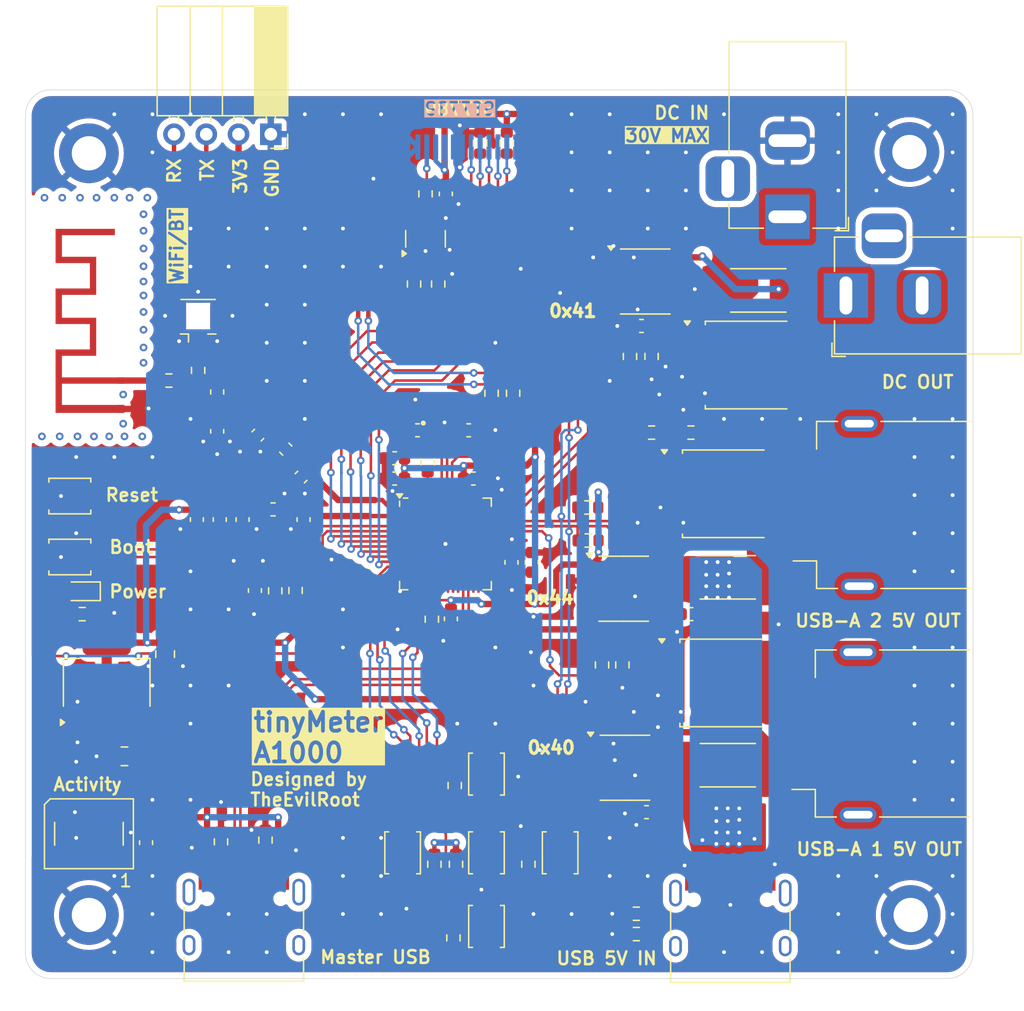
<source format=kicad_pcb>
(kicad_pcb (version 20240108) (generator "pcbnew") (generator_version "8.0")
  (layers (0 "F.Cu" signal) (31 "B.Cu" signal) (34 "B.Paste" user) (35 "F.Paste" user) (36 "B.SilkS" user "B.Silkscreen") (37 "F.SilkS" user "F.Silkscreen") (38 "B.Mask" user) (39 "F.Mask" user) (44 "Edge.Cuts" user))
  (net 0 "")
  (net 1 "GND")
  (net 2 "USB_VBUS")
  (net 3 "+3V3")
  (net 4 "/ESP_EN")
  (net 5 "/ESP_XTAL_N")
  (net 6 "/ESP_XTAL_IN")
  (net 7 "/ESP_LNA")
  (net 8 "/WIFI_ANTENNA")
  (net 9 "/ESP_VDD_3P3")
  (net 10 "VDD_SPI")
  (net 11 "/DISPLAY_RST")
  (net 12 "/DISPLAY_SCK")
  (net 13 "/DISPLAY_SDA")
  (net 14 "/DISPLAY_DC")
  (net 15 "/DISPLAY_CS")
  (net 17 "/USB_MASTER_D+")
  (net 18 "/USB_MASTER_D-")
  (net 24 "PWR_DC")
  (net 29 "PWR_5V")
  (net 36 "/USBA_OUT2_GND")
  (net 38 "/USBA_OUT2_VCC")
  (net 43 "Net-(R14-Pad1)")
  (net 44 "Net-(R15-Pad1)")
  (net 45 "Net-(R16-Pad1)")
  (net 46 "Net-(R17-Pad1)")
  (net 47 "Net-(R18-Pad1)")
  (net 48 "/USBA_OUT_1_FETGATE")
  (net 49 "/USBA_OUT_2_FETGATE")
  (net 50 "/DC_POWER_FETGATE")
  (net 51 "/ESP_IO0")
  (net 52 "/METER_SDA")
  (net 53 "/METER_SCL")
  (net 54 "/ESP_XTAL_P")
  (net 55 "/DISPLAY_BLK")
  (net 56 "/ESP_IO45")
  (net 57 "/KEYPAD_K1")
  (net 58 "/KEYPAD_K2")
  (net 59 "/KEYPAD_K3")
  (net 60 "/KEYPAD_K4")
  (net 61 "/KEYPAD_K5")
  (net 62 "/ESP_TX")
  (net 69 "/ESP_RX")
  (net 82 "/DC_POWER_GND")
  (net 83 "/DC_POWER_VCC")
  (net 84 "/USBA_OUT1_GND")
  (net 85 "/USBA_OUT1_VCC")
  (net 86 "/USBA_OUT1_GATE")
  (net 91 "/MCU_LED_DATA")
  (net 92 "/WIFI_ANTENNA_PCB")
  (net 93 "/WIFI_ANTENNA_F")
  (net 94 "/MCU_LED_DIN")
  (net 95 "/3V3_PWR_LED")
  (net 96 "/DISPLAY_LEDK")
  (net 97 "/USB_MASTER_CC1")
  (net 98 "/USB_MASTER_CC2")
  (net 99 "/USB_POWER_CC2")
  (net 100 "/USB_POWER_CC1")
  (net 101 "/WIFI_ANTENNA_EXT")
  (net 102 "/USBA_OUT2_GATE")
  (net 103 "/DC_POWER_GATE")
  (net 104 "/DISPLAY_BLK_GATE")
  (net 105 "/DISPLAY_LEDK_R")
  (net 106 "/ESP_TDX0")
  (net 107 "/ESP_RDX0")
  (footprint "MountingHole:MountingHole_2.7mm_M2.5_DIN965_Pad" (layer "F.Cu") (at 144 139.4)
    (property "Reference" "H3" (hide yes))
    (property "Value" "3")
  )
  (footprint "Resistor_SMD:R_0603_1608Metric" (layer "F.Cu") (at 157.9 133.5 -90)
    (property "Reference" "R1" (hide yes))
    (property "Value" "5k1")
  )
  (footprint "Connector_Coaxial:U.FL_Hirose_U.FL-R-SMT-1_Vertical" (layer "F.Cu") (at 152.6 92.75 90)
    (property "Reference" "J8" (hide yes))
    (property "Value" "External antenna")
  )
  (footprint "Resistor_SMD:R_2512_6332Metric" (layer "F.Cu") (at 194.3 112.8 180)
    (property "Reference" "R8" (hide yes))
    (property "Value" "R025")
  )
  (footprint "Button_Switch_SMD:SW_SPST_B3U-1000P" (layer "F.Cu") (at 175.3 128.3 -90)
    (property "Reference" "SW1" (hide yes))
    (property "Value" "SW_Push")
  )
  (footprint "Button_Switch_SMD:SW_SPST_B3U-1000P" (layer "F.Cu") (at 142.5 106.4 180)
    (property "Reference" "SW7" (hide yes))
    (property "Value" "Reset")
  )
  (footprint "Inductor_SMD:L_0603_1608Metric" (layer "F.Cu") (at 158.5 107.45)
    (property "Reference" "L3" (hide yes))
    (property "Value" "2n")
  )
  (footprint "Resistor_SMD:R_2512_6332Metric" (layer "F.Cu") (at 196.7 90.2 180)
    (property "Reference" "R11" (hide yes))
    (property "Value" "R025")
  )
  (footprint "MountingHole:MountingHole_2.7mm_M2.5_DIN965_Pad" (layer "F.Cu") (at 144 79.4)
    (property "Reference" "H2" (hide yes))
    (property "Value" "2")
  )
  (footprint "Capacitor_SMD:C_0603_1608Metric" (layer "F.Cu") (at 160.7 104.9 -135)
    (property "Reference" "C7" (hide yes))
    (property "Value" "LNA")
  )
  (footprint "Resistor_SMD:R_0603_1608Metric" (layer "F.Cu") (at 183.3 109.9)
    (property "Reference" "R27" (hide yes))
    (property "Value" "2k7")
  )
  (footprint "Package_SO:SOIC-8_3.9x4.9mm_P1.27mm" (layer "F.Cu") (at 186.1 113.7)
    (property "Reference" "U3" (hide yes))
    (property "Value" "INA219AxD")
  )
  (footprint "Resistor_SMD:R_0603_1608Metric" (layer "F.Cu") (at 158.67 113.865 -90)
    (property "Reference" "R28" (hide yes))
    (property "Value" "10k")
  )
  (footprint "Resistor_SMD:R_0603_1608Metric" (layer "F.Cu") (at 170.5 82.6 -90)
    (property "Reference" "R30" (hide yes))
    (property "Value" "100")
  )
  (footprint "Resistor_SMD:R_0603_1608Metric" (layer "F.Cu") (at 171.5 89.7 90)
    (property "Reference" "R32" (hide yes))
    (property "Value" "10k")
  )
  (footprint "Resistor_SMD:R_0603_1608Metric" (layer "F.Cu") (at 191.4 101.4)
    (property "Reference" "R22" (hide yes))
    (property "Value" "10k")
  )
  (footprint "Capacitor_SMD:C_0603_1608Metric" (layer "F.Cu") (at 157.3 101.6 -135)
    (property "Reference" "C8" (hide yes))
    (property "Value" "LNA")
  )
  (footprint "Capacitor_SMD:C_0603_1608Metric" (layer "F.Cu") (at 172.5 116.075 -90)
    (property "Reference" "C16" (hide yes))
    (property "Value" "100n")
  )
  (footprint "Library:OSC_XRCGB40M000F4M00R0" (layer "F.Cu") (at 171.325 99.299999 90)
    (property "Reference" "Y1" (hide yes))
    (property "Value" "Crystal_GND24")
  )
  (footprint "Connector_BarrelJack:BarrelJack_Horizontal" (layer "F.Cu") (at 199 84.4 -90)
    (property "Reference" "J2" (hide yes))
    (property "Value" "DC_POWER")
  )
  (footprint "Resistor_SMD:R_0603_1608Metric" (layer "F.Cu") (at 150.3 97.3 180)
    (property "Reference" "R9" (hide yes))
    (property "Value" "0R" (hide yes))
  )
  (footprint "Resistor_SMD:R_0603_1608Metric" (layer "F.Cu") (at 178.6 135.4 90)
    (property "Reference" "R15" (hide yes))
    (property "Value" "10k")
  )
  (footprint "Capacitor_SMD:C_0603_1608Metric" (layer "F.Cu") (at 148.5 133.7 90)
    (property "Reference" "C23" (hide yes))
    (property "Value" "100n")
  )
  (footprint "Package_TO_SOT_SMD:TO-252-2" (layer "F.Cu") (at 195.84 96.08)
    (property "Reference" "Q3" (hide yes))
    (property "Value" "100N03A")
  )
  (footprint "Capacitor_SMD:C_0805_2012Metric" (layer "F.Cu") (at 146.8 126.9 180)
    (property "Reference" "C1" (hide yes))
    (property "Value" "10u")
  )
  (footprint "Button_Switch_SMD:SW_SPST_B3U-1000P" (layer "F.Cu") (at 175.3 134.5 -90)
    (property "Reference" "SW3" (hide yes))
    (property "Value" "SW_Push")
  )
  (footprint "Resistor_SMD:R_0603_1608Metric" (layer "F.Cu") (at 160.27 113.84 -90)
    (property "Reference" "R25" (hide yes))
    (property "Value" "10k")
  )
  (footprint "Resistor_SMD:R_0603_1608Metric" (layer "F.Cu") (at 172.8 129.2 90)
    (property "Reference" "R14" (hide yes))
    (property "Value" "10k")
  )
  (footprint "Connector_BarrelJack:BarrelJack_Horizontal" (layer "F.Cu") (at 203.6 90.6 180)
    (property "Reference" "J6" (hide yes))
    (property "Value" "DC_POWER")
  )
  (footprint "Resistor_SMD:R_0603_1608Metric" (layer "F.Cu") (at 186 119.7 -90)
    (property "Reference" "R19" (hide yes))
    (property "Value" "10k")
  )
  (footprint "Resistor_SMD:R_0603_1608Metric" (layer "F.Cu") (at 186.6 95.4 -90)
    (property "Reference" "R23" (hide yes))
    (property "Value" "1k")
  )
  (footprint "Connector_PinSocket_2.54mm:PinSocket_1x04_P2.54mm_Horizontal" (layer "F.Cu") (at 158.32 77.9 -90)
    (property "Reference" "J7" (hide yes))
    (property "Value" "Debug")
  )
  (footprint "Resistor_SMD:R_0603_1608Metric" (layer "F.Cu") (at 188.3 101.4 180)
    (property "Reference" "R21" (hide yes))
    (property "Value" "1k")
  )
  (footprint "Resistor_SMD:R_0603_1608Metric" (layer "F.Cu") (at 184.4 119.7 -90)
    (property "Reference" "R20" (hide yes))
    (property "Value" "1k")
  )
  (footprint "Resistor_SMD:R_0603_1608Metric" (layer "F.Cu") (at 152.6 96.5 90)
    (property "Reference" "R10" (hide yes))
    (property "Value" "0R" (hide yes))
  )
  (footprint "Resistor_SMD:R_0603_1608Metric" (layer "F.Cu") (at 183.275 107.3)
    (property "Reference" "R26" (hide yes))
    (property "Value" "2k7")
  )
  (footprint "Capacitor_SMD:C_0603_1608Metric" (layer "F.Cu") (at 173.9 101.22)
    (property "Reference" "C4" (hide yes))
    (property "Value" "10p")
  )
  (footprint "Package_SO:SOIC-8_3.9x4.9mm_P1.27mm" (layer "F.Cu") (at 186.2 127.8)
    (property "Reference" "U2" (hide yes))
    (property "Value" "INA219AxD")
  )
  (footprint "Capacitor_SMD:C_0603_1608Metric" (layer "F.Cu") (at 187.5 93 180)
    (property "Reference" "C22" (hide yes))
    (property "Value" "100n")
  )
  (footprint "Package_TO_SOT_SMD:TO-252-2" (layer "F.Cu") (at 193.84 121.12)
    (property "Reference" "Q1" (hide yes))
    (property "Value" "100N03A")
  )
  (footprint "Resistor_SMD:R_0603_1608Metric" (layer "F.Cu") (at 143.475 115.7 180)
    (property "Reference" "R13" (hide yes))
    (property "Value" "220")
  )
  (footprint "Resistor_SMD:R_0603_1608Metric" (layer "F.Cu") (at 175.7 98.3 -90)
    (property "Reference" "R7" (hide yes))
    (property "Value" "0R")
  )
  (footprint "Resistor_SMD:R_0603_1608Metric" (layer "F.Cu") (at 169.6 89.7 90)
    (property "Reference" "R31" (hide yes))
    (property "Value" "1k")
  )
  (footprint "Inductor_SMD:L_0603_1608Metric" (layer "F.Cu") (at 154.1 98.2 -90)
    (property "Reference" "L2" (hide yes))
    (property "Value" "L")
  )
  (footprint "Connector_USB:USB_A_Receptacle_GCT_USB1046" (layer "F.Cu") (at 208.1 125.1 90)
    (property "Reference" "J5" (hide yes))
    (property "Value" "USBA_OUT_1")
  )
  (footprint "Capacitor_SMD:C_0603_1608Metric" (layer "F.Cu") (at 160.9 108.25 -90)
    (property "Reference" "C11" (hide yes))
    (property "Value" "100n")
  )
  (footprint "Capacitor_SMD:C_0603_1608Metric" (layer "F.Cu") (at 172.1 82.6 -90)
    (property "Reference" "C6" (hide yes))
    (property "Value" "10u")
  )
  (footprint "Resistor_SMD:R_0603_1608Metric" (layer "F.Cu") (at 187.1 140.9)
    (property "Reference" "R3" (hide yes))
    (property "Value" "5k1")
  )
  (footprint "Package_SO:SOIC-8_3.9x4.9mm_P1.27mm" (layer "F.Cu") (at 187.8 89.5)
    (property "Reference" "U4" (hide yes))
    (property "Value" "INA219AxD")
  )
  (footprint "Package_DFN_QFN:QFN-56-1EP_7x7mm_P0.4mm_EP4x4mm" (layer "F.Cu") (at 172.07 110.17)
    (property "Reference" "U1" (hide yes))
    (property "Value" "ESP32-S3")
  )
  (footprint "Package_TO_SOT_SMD:TO-252-2" (layer "F.Cu") (at 194.04 106.22)
    (property "Reference" "Q2" (hide yes))
    (property "Value" "100N03A")
  )
  (footprint "Library:ESPRESSIF_ESP32_MIFA_2.4GHz_Right" (layer "F.Cu") (at 146.525 97.15 90)
    (property "Reference" "AE1" (hide yes))
    (property "Value" "PCB antenna")
  )
  (footprint "Resistor_SMD:R_0603_1608Metric" (layer "F.Cu") (at 172.9 135.4 90)
    (property "Reference" "R16" (hide yes))
    (property "Value" "10k")
  )
  (footprint "Capacitor_SMD:C_0603_1608Metric" (layer "F.Cu") (at 168.07 105.02 180)
    (property "Reference" "C15" (hide yes))
    (property "Value" "1u")
  )
  (footprint "Package_TO_SOT_SMD:SOT-223-3_TabPin2" (layer "F.Cu") (at 145.4 121.1 90)
    (property "Reference" "U5" (hide yes))
    (property "Value" "AMS1117-3.3")
  )
  (footprint "Capacitor_SMD:C_0805_2012Metric" (layer "F.Cu") (at 150 118.849999 -90)
    (property "Reference" "C2" (hide yes))
    (property "Value" "10u")
  )
  (footprint "Package_TO_SOT_SMD:SOT-23" (layer "F.Cu") (at 170.5 86.137501 90)
    (property "Reference" "Q4" (hide yes))
    (property "Value" "SS8050")
  )
  (footprint "Capacitor_SMD:C_0603_1608Metric" (layer "F.Cu") (at 174.27 105.02)
    (property "Reference" "C19" (hide yes))
    (property "Value" "100n")
  )
  (footprint "Resistor_SMD:R_0603_1608Metric" (layer "F.Cu") (at 171.2 135.4 90)
    (property "Reference" "R17" (hide yes))
    (property "Value" "10k")
  )
  (footprint "Capacitor_SMD:C_0603_1608Metric" (layer "F.Cu") (at 168.07 103.42 180)
    (property "Reference" "C14" (hide yes))
    (property "Value" "10u")
  )
  (footprint "Button_Switch_SMD:SW_SPST_B3U-1000P" (layer "F.Cu") (at 168.7 134.5 -90)
    (property "Reference" "SW4" (hide yes))
    (property "Value" "SW_Push")
  )
  (footprint "Capacitor_SMD:C_0603_1608Metric" (layer "F.Cu") (at 187.9 131.3 180)
    (property "Reference" "C20" (hide yes))
    (property "Value" "100n")
  )
  (footprint "Button_Switch_SMD:SW_SPST_B3U-1000P" (layer "F.Cu") (at 181.1 134.5 -90)
    (property "Reference" "SW2" (hide yes))
    (property "Value" "SW_Push")
  )
  (footprint "Resistor_SMD:R_2512_6332Metric" (layer "F.Cu") (at 194.3 127.6 180)
    (property "Reference" "R5" (hide yes))
    (property "Value" "R025")
  )
  (footprint "Connector_USB:USB_A_Receptacle_GCT_USB1046" (layer "F.Cu") (at 208.2 107.1 90)
    (property "Reference" "J4" (hide yes))
    (property "Value" "USBA_OUT_2")
  )
  (footprint "LED_SMD:LED_0603_1608Metric" (layer "F.Cu") (at 143.412499 113.9 180)
    (property "Reference" "D2" (hide yes))
    (property "Value" "PWR_LED")
  )
  (footprint "Resistor_SMD:R_0603_1608Metric" (layer "F.Cu") (at 174.8 78.6 90)
    (property "Reference" "R33" (hide yes))
    (property "Value" "10k")
  )
  (footprint "Button_Switch_SMD:SW_SPST_B3U-1000P" (layer "F.Cu") (at 175.3 140.3 -90)
    (property "Reference" "SW5" (hide yes))
    (property "Value" "SW_Push")
  )
  (footprint "Capacitor_SMD:C_0603_1608Metric" (layer "F.Cu") (at 156.1 108.25 -90)
    (property "Reference" "C10" (hide yes))
    (property "Value" "100n")
  )
  (footprint "Resistor_SMD:R_0603_1608Metric" (layer "F.Cu") (at 171 116.1 90)
    (property "Reference" "R12" (hide yes))
    (property "Value" "220")
  )
  (footprint "Capacitor_SMD:C_0603_1608Metric" (layer "F.Cu") (at 191.4 115.7)
    (property "Reference" "C21" (hide yes))
    (property "Value" "100n")
  )
  (footprint "Resistor_SMD:R_0603_1608Metric" (layer "F.Cu") (at 176.9 78.6 -90)
    (property "Reference" "R34" (hide yes))
    (property "Value" "10k")
  )
  (footprint "Resistor_SMD:R_0603_1608Metric" (layer "F.Cu") (at 188.3 95.4 -90)
    (property "Reference" "R24" (hide yes))
    (property "Value" "10k")
  )
  (footprint "Inductor_SMD:L_0603_1608Metric" (layer "F.Cu") (at 159.5 102.7 135)
    (property "Reference" "L1" (hide yes))
    (property "Value" "L")
  )
  (footprint "Capacitor_SMD:C_0603_1608Metric" (layer "F.Cu") (at 177.27 111.62 90)
    (property "Reference" "C17" (hide yes))
    (property "Value" "100n")
  )
  (footprint "MountingHole:MountingHole_2.7mm_M2.5_DIN965_Pad" (layer "F.Cu") (at 208.6 79.3)
    (property "Reference" "H1" (hide yes))
    (property "Value" "1")
  )
  (footprint "Connector_USB:USB_C_Receptacle_HRO_TYPE-C-31-M-12" (layer "F.Cu") (at 194.5 140.8)
    (property "Reference" "J3" (hide yes))
    (property "Value" "USB_POWER")
  )
  (footprint "MountingHole:MountingHole_2.7mm_M2.5_DIN965_Pad" (layer "F.Cu") (at 208.7 139.4)
    (property "Reference" "H4" (hide yes))
    (property "Value" "4")
  )
  (footprint "Button_Switch_SMD:SW_SPST_B3U-1000P" (layer "F.Cu") (at 142.5 111.2)
    (property "Reference" "SW6" (hide yes))
    (property "Value" "Boot")
  )
  (footprint "Resistor_SMD:R_0603_1608Metric" (layer "F.Cu") (at 172.7 141.2 90)
    (property "Reference" "R18" (hide yes))
    (property "Value" "10k")
  )
  (footprint "LED_SMD:LED_WS2812B_PLCC4_5.0x5.0mm_P3.2mm" (layer "F.Cu") (at 144 133 180)
    (property "Reference" "D1" (hide yes))
    (property "Value" "WS2812B")
  )
  (footprint "Connector_USB:USB_C_Receptacle_HRO_TYPE-C-31-M-12" (layer "F.Cu") (at 156.2 140.725)
    (property "Reference" "J1" (hide yes))
    (property "Value" "USB_MASTER")
  )
  (footprint "Resistor_SMD:R_0603_1608Metric" (layer "F.Cu") (at 177.4 98.3 -90)
    (property "Reference" "R6" (hide yes))
    (property "Value" "0R")
  )
  (footprint "Capacitor_SMD:C_0603_1608Metric" (layer "F.Cu") (at 154.1 101.3 -90)
    (property "Reference" "C9" (hide yes))
    (property "Value" "LNA")
  )
  (footprint "Capacitor_SMD:C_0603_1608Metric" (layer "F.Cu") (at 178.87 111.62 90)
    (property "Reference" "C18" (hide yes))
    (property "Value" "1u")
  )
  (footprint "Capacitor_SMD:C_0603_1608Metric" (layer "F.Cu") (at 169.87 101.22 180)
    (property "Reference" "C5" (hide yes))
    (property "Value" "10p")
  )
  (footprint "Resistor_SMD:R_0603_1608Metric" (layer "F.Cu") (at 187.1 139.3)
    (property "Reference" "R4" (hide yes))
    (property "Value" "5k1")
  )
  (footprint "Capacitor_SMD:C_0603_1608Metric" (layer "F.Cu") (at 157.07 113.84 -90)
    (property "Reference" "C3" (hide yes))
    (property "Value" "10u")
  )
  (footprint "Resistor_SMD:R_0603_1608Metric" (layer "F.Cu") (at 154.4 133.635 -90)
    (property "Reference" "R2" (hide yes))
    (property "Value" "5k1")
  )
  (footprint "Capacitor_SMD:C_0603_1608Metric" (layer "F.Cu") (at 154.3 108.25 -90)
    (property "Reference" "C12" (hide yes))
    (property "Value" "1u")
  )
  (footprint "Resistor_SMD:R_0603_1608Metric" (layer "F.Cu") (at 170.67 103.7 90)
    (property "Reference" "R29" (hide yes))
    (property "Value" "60")
  )
  (footprint "Capacitor_SMD:C_0603_1608Metric" (layer "F.Cu") (at 152.5 108.25 -90)
    (property "Reference" "C13" (hide yes))
    (property "Value" "10u")
  )
  (footprint "Library:ST77XX" (layer "B.Cu") (at 173.8 83.4)
    (property "Reference" "DS1" (hide yes))
    (property "Value" "ST77xx" (hide yes))
  )
  (gr_arc (start 141 144.4) (mid 139.585786 143.814214) (end 139 142.4) (stroke (width 0.05)) (layer "Edge.Cuts"))
  (gr_arc (start 211.6 74.4) (mid 213.014214 74.985786) (end 213.6 76.4) (stroke (width 0.05)) (layer "Edge.Cuts"))
  (gr_line (start 211.6 144.4) (end 141 144.4) (stroke (width 0.05)) (layer "Edge.Cuts"))
  (gr_line (start 141 74.4) (end 211.6 74.4) (stroke (width 0.05)) (layer "Edge.Cuts"))
  (gr_line (start 213.6 76.4) (end 213.6 142.4) (stroke (width 0.05)) (layer "Edge.Cuts"))
  (gr_line (start 139 142.4) (end 139 76.4) (stroke (width 0.05)) (layer "Edge.Cuts"))
  (gr_arc (start 139 76.4) (mid 139.585786 74.985786) (end 141 74.4) (stroke (width 0.05)) (layer "Edge.Cuts"))
  (gr_arc (start 213.6 142.4) (mid 213.014214 143.814214) (end 211.6 144.4) (stroke (width 0.05)) (layer "Edge.Cuts"))
  (gr_text "ST7789" (at 176.1 76.5 0) (layer "B.SilkS" knockout) (effects (font (size 1 1) (thickness 0.2) (bold yes)) (justify left bottom mirror)))
  (gr_text "ST7789" (at 170.3 76.5 0) (layer "F.SilkS" knockout) (effects (font (size 1 1) (thickness 0.2) (bold yes)) (justify left bottom)))
  (gr_text "USB-A 1 5V OUT" (at 199.6 134.8 0) (layer "F.SilkS") (effects (font (size 1 1) (thickness 0.2) (bold yes)) (justify left bottom)))
  (gr_text "Master USB" (at 162.1 143.3 0) (layer "F.SilkS") (effects (font (size 1 1) (thickness 0.2) (bold yes)) (justify left bottom)))
  (gr_text "30V MAX" (at 189.5 78.6 0) (layer "F.SilkS" knockout) (effects (font (size 1 1) (thickness 0.2) (bold yes)) (justify bottom)))
  (gr_text "3V3" (at 156.5 82.7 90) (layer "F.SilkS") (effects (font (size 1 1) (thickness 0.2) (bold yes)) (justify left bottom)))
  (gr_text "WiFi/BT" (at 151.5 86.7 90) (layer "F.SilkS" knockout) (effects (font (size 1 1) (thickness 0.2) (bold yes)) (justify bottom)))
  (gr_text "DC OUT" (at 206.3 98 0) (layer "F.SilkS") (effects (font (size 1 1) (thickness 0.2) (bold yes)) (justify left bottom)))
  (gr_text "0x41" (at 180.1 92.4 0) (layer "F.SilkS") (effects (font (size 1 1) (thickness 0.25) (bold yes)) (justify left bottom)))
  (gr_text "GND" (at 159 83 90) (layer "F.SilkS") (effects (font (size 1 1) (thickness 0.2) (bold yes)) (justify left bottom)))
  (gr_text "Activity" (at 141.1 129.7 0) (layer "F.SilkS") (effects (font (size 1 1) (thickness 0.2) (bold yes)) (justify left bottom)))
  (gr_text "Reset" (at 145.2 106.9 0) (layer "F.SilkS") (effects (font (size 1 1) (thickness 0.2) (bold yes)) (justify left bottom)))
  (gr_text "DC IN" (at 188.4 76.8 0) (layer "F.SilkS") (effects (font (size 1 1) (thickness 0.2) (bold yes)) (justify left bottom)))
  (gr_text "Boot\n" (at 145.5 111 0) (layer "F.SilkS") (effects (font (size 1 1) (thickness 0.2) (bold yes)) (justify left bottom)))
  (gr_text "TX" (at 153.9 81.7 90) (layer "F.SilkS") (effects (font (size 1 1) (thickness 0.2) (bold yes)) (justify left bottom)))
  (gr_text "0x40" (at 178.4 126.8 0) (layer "F.SilkS") (effects (font (size 1 1) (thickness 0.25) (bold yes)) (justify left bottom)))
  (gr_text "Power" (at 145.5 114.5 0) (layer "F.SilkS") (effects (font (size 1 1) (thickness 0.2) (bold yes)) (justify left bottom)))
  (gr_text "Designed by \nTheEvilRoot" (at 156.6 130.9 0) (layer "F.SilkS") (effects (font (size 1 1) (thickness 0.2) (bold yes)) (justify left bottom)))
  (gr_text "USB-A 2 5V OUT" (at 199.5 116.8 0) (layer "F.SilkS") (effects (font (size 1 1) (thickness 0.2) (bold yes)) (justify left bottom)))
  (gr_text "0x44" (at 178.3 115 0) (layer "F.SilkS") (effects (font (size 1 1) (thickness 0.25) (bold yes)) (justify left bottom)))
  (gr_text "RX" (at 151.3 81.9 90) (layer "F.SilkS") (effects (font (size 1 1) (thickness 0.2) (bold yes)) (justify left bottom)))
  (gr_text "USB 5V IN" (at 180.7 143.4 0) (layer "F.SilkS") (effects (font (size 1 1) (thickness 0.2) (bold yes)) (justify left bottom)))
  (gr_text "tinyMeter\nA1000" (at 156.8 127.5 0) (layer "F.SilkS" knockout) (effects (font (size 1.5 1.5) (thickness 0.3) (bold yes)) (justify left bottom)))
  (via (at 145.6 101.7) (size 0.6) (drill 0.3) (layers "F.Cu" "B.Cu") (net 0))
  (via (at 148.3 90.6) (size 0.6) (drill 0.3) (layers "F.Cu" "B.Cu") (net 0))
  (via (at 144.6 82.9) (size 0.6) (drill 0.3) (layers "F.Cu" "B.Cu") (net 0))
  (via (at 148.3 91.9) (size 0.6) (drill 0.3) (layers "F.Cu" "B.Cu") (net 0))
  (via (at 146.8 101.7) (size 0.6) (drill 0.3) (layers "F.Cu" "B.Cu") (net 0))
  (via (at 148.6 82.9) (size 0.6) (drill 0.3) (layers "F.Cu" "B.Cu") (net 0))
  (via (at 148.3 89.5) (size 0.6) (drill 0.3) (layers "F.Cu" "B.Cu") (net 0))
  (via (at 143.1 101.7) (size 0.6) (drill 0.3) (layers "F.Cu" "B.Cu") (net 0))
  (via (at 148.3 88.3) (size 0.6) (drill 0.3) (layers "F.Cu" "B.Cu") (net 0))
  (via (at 148.3 94.7) (size 0.6) (drill 0.3) (layers "F.Cu" "B.Cu") (net 0))
  (via (at 146 82.9) (size 0.6) (drill 0.3) (layers "F.Cu" "B.Cu") (net 0))
  (via (at 140.5 82.9) (size 0.6) (drill 0.3) (layers "F.Cu" "B.Cu") (net 0))
  (via (at 148.3 95.9) (size 0.6) (drill 0.3) (layers "F.Cu" "B.Cu") (net 0))
  (via (at 148.3 86.899999) (size 0.6) (drill 0.3) (layers "F.Cu" "B.Cu") (net 0))
  (via (at 148.3 93.299999) (size 0.6) (drill 0.3) (layers "F.Cu" "B.Cu") (net 0))
  (via (at 143.3 82.9) (size 0.6) (drill 0.3) (layers "F.Cu" "B.Cu") (net 0))
  (via (at 141.7 101.7) (size 0.6) (drill 0.3) (layers "F.Cu" "B.Cu") (net 0))
  (via (at 146.7 98.4) (size 0.6) (drill 0.3) (layers "F.Cu" "B.Cu") (net 0))
  (via (at 144.4 101.7) (size 0.6) (drill 0.3) (layers "F.Cu" "B.Cu") (net 0))
  (via (at 141.9 82.9) (size 0.6) (drill 0.3) (layers "F.Cu" "B.Cu") (net 0))
  (via (at 148.3 85.5) (size 0.6) (drill 0.3) (layers "F.Cu" "B.Cu") (net 0))
  (via (at 146.7 100.7) (size 0.6) (drill 0.3) (layers "F.Cu" "B.Cu") (net 0))
  (via (at 148.2 101.7) (size 0.6) (drill 0.3) (layers "F.Cu" "B.Cu") (net 0))
  (via (at 147.2 82.9) (size 0.6) (drill 0.3) (layers "F.Cu" "B.Cu") (net 0))
  (via (at 148.3 84.2) (size 0.6) (drill 0.3) (layers "F.Cu" "B.Cu") (net 0))
  (via (at 140.3 101.7) (size 0.6) (drill 0.3) (layers "F.Cu" "B.Cu") (net 0))
  (segment (start 152.1 134.1) (end 152.1 134.624865) (width 0.5) (layer "F.Cu") (net 1))
  (segment (start 177.27 109.83) (end 177.3 109.8) (width 0.5) (layer "F.Cu") (net 1))
  (segment (start 192.175 116.825) (end 192.175 115.7) (width 0.5) (layer "F.Cu") (net 1))
  (segment (start 191.9 117.1) (end 192.175 116.825) (width 0.5) (layer "F.Cu") (net 1))
  (segment (start 159.4 136) (end 159.4 137.045) (width 0.5) (layer "F.Cu") (net 1))
  (segment (start 160.3 135.1) (end 159.4 136) (width 0.5) (layer "F.Cu") (net 1))
  (segment (start 197.75 135.65) (end 198 135.4) (width 0.5) (layer "F.Cu") (net 1))
  (segment (start 191.25 135.85) (end 190.9 135.5) (width 0.5) (layer "F.Cu") (net 1))
  (segment (start 152.1 134.624865) (end 153 135.524865) (width 0.5) (layer "F.Cu") (net 1))
  (segment (start 167.295 105.395) (end 167.9 106) (width 0.5) (layer "F.Cu") (net 1))
  (segment (start 167.295 105.02) (end 167.295 105.395) (width 0.5) (layer "F.Cu") (net 1))
  (segment (start 177.27 110.845) (end 177.27 109.83) (width 0.5) (layer "F.Cu") (net 1))
  (segment (start 146.635 99.535) (end 148.665 99.535) (width 0.5) (layer "F.Cu") (net 1))
  (segment (start 190.3 117.1) (end 191.9 117.1) (width 0.5) (layer "F.Cu") (net 1))
  (segment (start 160.3 134.3) (end 160.3 135.1) (width 0.5) (layer "F.Cu") (net 1))
  (segment (start 170.65 98.8) (end 169.7 98.8) (width 0.5) (layer "F.Cu") (net 1))
  (segment (start 178.1 110.845) (end 178.87 110.845) (width 0.5) (layer "F.Cu") (net 1))
  (segment (start 191.7 90.1) (end 190.31 90.1) (width 0.5) (layer "F.Cu") (net 1))
  (segment (start 197.75 137.07) (end 197.75 135.65) (width 0.5) (layer "F.Cu") (net 1))
  (segment (start 153 135.524865) (end 153 137.045) (width 0.5) (layer "F.Cu") (net 1))
  (segment (start 191.25 136.755) (end 191.25 135.85) (width 0.5) (layer "F.Cu") (net 1))
  (segment (start 177.27 110.845) (end 178.87 110.845) (width 0.5) (layer "F.Cu") (net 1))
  (segment (start 148.665 99.535) (end 148.7 99.5) (width 0.5) (layer "F.Cu") (net 1))
  (segment (start 190.31 90.1) (end 190.275 90.135) (width 0.5) (layer "F.Cu") (net 1))
  (segment (start 172 99.799998) (end 172 100.6) (width 0.5) (layer "F.Cu") (net 1))
  (via (at 167 139.325) (size 0.6) (drill 0.3) (layers "F.Cu" "B.Cu") (net 1))
  (via (at 209 106.325) (size 0.6) (drill 0.3) (layers "F.Cu" "B.Cu") (net 1))
  (via (at 212 121.325) (size 0.6) (drill 0.3) (layers "F.Cu" "B.Cu") (net 1))
  (via (at 188 79.325) (size 0.6) (drill 0.3) (layers "F.Cu" "B.Cu") (net 1))
  (via (at 191.7 90.1) (size 0.6) (drill 0.3) (layers "F.Cu" "B.Cu") (net 1))
  (via (at 203 76.325) (size 0.6) (drill 0.3) (layers "F.Cu" "B.Cu") (net 1))
  (via (at 149 79.325) (size 0.6) (drill 0.3) (layers "F.Cu" "B.Cu") (net 1))
  (via (at 167.9 106) (size 0.6) (drill 0.3) (layers "F.Cu" "B.Cu") (net 1))
  (via (at 212 139.325) (size 0.6) (drill 0.3) (layers "F.Cu" "B.Cu") (net 1))
  (via (at 185 79.325) (size 0.6) (drill 0.3) (layers "F.Cu" "B.Cu") (net 1))
  (via (at 158 139.325) (size 0.6) (drill 0.3) (layers "F.Cu" "B.Cu") (net 1))
  (via (at 189 107.3) (size 0.6) (drill 0.3) (layers "F.Cu" "B.Cu") (net 1))
  (via (at 161 76.325) (size 0.6) (drill 0.3) (layers "F.Cu" "B.Cu") (net 1))
  (via (at 143 103.325) (size 0.6) (drill 0.3) (layers "F.Cu" "B.Cu") (net 1))
  (via (at 206 136.325) (size 0.6) (drill 0.3) (layers "F.Cu" "B.Cu") (net 1))
  (via (at 203 142.325) (size 0.6) (drill 0.3) (layers "F.Cu" "B.Cu") (net 1))
  (via (at 173.2 77.2) (size 0.6) (drill 0.3) (layers "F.Cu" "B.Cu") (net 1))
  (via (at 212 127.325) (size 0.6) (drill 0.3) (layers "F.Cu" "B.Cu") (net 1))
  (via (at 174.9 137.4) (size 0.6) (drill 0.3) (layers "F.Cu" "B.Cu") (net 1))
  (via (at 203 85.325) (size 0.6) (drill 0.3) (layers "F.Cu" "B.Cu") (net 1))
  (via (at 149 121.325) (size 0.6) (drill 0.3) (layers "F.Cu" "B.Cu") (net 1))
  (via (at 185 136.325) (size 0.6) (drill 0.3) (layers "F.Cu" "B.Cu") (net 1))
  (via (at 190.7 97) (size 0.6) (drill 0.3) (layers "F.Cu" "B.Cu") (net 1))
  (via (at 172.07 110.17) (size 0.6) (drill 0.3) (layers "F.Cu" "B.Cu") (net 1))
  (via (at 212 106.325) (size 0.6) (drill 0.3) (layers "F.Cu" "B.Cu") (net 1))
  (via (at 185.2 140.9) (size 0.6) (drill 0.3) (layers "F.Cu" "B.Cu") (net 1))
  (via (at 161 85.325) (size 0.6) (drill 0.3) (layers "F.Cu" "B.Cu") (net 1))
  (via (at 169.7 98.8) (size 0.6) (drill 0.3) (layers "F.Cu" "B.Cu") (net 1))
  (via (at 190.8 108.5) (size 0.6) (drill 0.3) (layers "F.Cu" "B.Cu") (net 1))
  (via (at 209 121.325) (size 0.6) (drill 0.3) (layers "F.Cu" "B.Cu") (net 1))
  (via (at 176 101.2) (size 0.6) (drill 0.3) (layers "F.Cu" "B.Cu") (net 1))
  (via (at 185 133.325) (size 0.6) (drill 0.3) (layers "F.Cu" "B.Cu") (net 1))
  (via (at 212 124.325) (size 0.6) (drill 0.3) (layers "F.Cu" "B.Cu") (net 1))
  (via (at 177.3 113.8) (size 0.6) (drill 0.3) (layers "F.Cu" "B.Cu") (net 1))
  (via (at 206 82.325) (size 0.6) (drill 0.3) (layers "F.Cu" "B.Cu") (net 1))
  (via (at 155 115.325) (size 0.6) (drill 0.3) (layers "F.Cu" "B.Cu") (net 1))
  (via (at 182 85.325) (size 0.6) (drill 0.3) (layers "F.Cu" "B.Cu") (net 1))
  (via (at 198.3 116.5) (size 0.6) (drill 0.3) (layers "F.Cu" "B.Cu") (net 1))
  (via (at 190.6 123.4) (size 0.6) (drill 0.3) (layers "F.Cu" "B.Cu") (net 1))
  (via (at 164 115.325) (size 0.6) (drill 0.3) (layers "F.Cu" "B.Cu") (net 1))
  (via (at 161 94.325) (size 0.6) (drill 0.3) (layers "F.Cu" "B.Cu") (net 1))
  (via (at 155 121.325) (size 0.6) (drill 0.3) (layers "F.Cu" "B.Cu") (net 1))
  (via (at 146 115.6) (size 0.6) (drill 0.3) (layers "F.Cu" "B.Cu") (net 1))
  (via (at 186.9 87.6) (size 0.6) (drill 0.3) (layers "F.Cu" "B.Cu") (net 1))
  (via (at 164 88.325) (size 0.6) (drill 0.3) (layers "F.Cu" "B.Cu") (net 1))
  (via (at 155.1 102.1) (size 0.6) (drill 0.3) (layers "F.Cu" "B.Cu") (net 1))
  (via (at 194.5 138.6) (size 0.6) (drill 0.3) (layers "F.Cu" "B.Cu") (net 1))
  (via (at 155 88.325) (size 0.6) (drill 0.3) (layers "F.Cu" "B.Cu") (net 1))
  (via (at 197 100.325) (size 0.6) (drill 0.3) (layers "F.Cu" "B.Cu") (net 1))
  (via (at 168.3 116.9) (size 0.6) (drill 0.3) (layers "F.Cu" "B.Cu") (net 1))
  (via (at 190.3 117.1) (size 0.6) (drill 0.3) (layers "F.Cu" "B.Cu") (net 1))
  (via (at 172.4 87) (size 0.6) (drill 0.3) (layers "F.Cu" "B.Cu") (net 1))
  (via (at 209 112.325) (size 0.6) (drill 0.3) (layers "F.Cu" "B.Cu") (net 1))
  (via (at 157.5 102.9) (size 0.6) (drill 0.3) (layers "F.Cu" "B.Cu") (net 1))
  (via (at 155.3 92.2) (size 0.6) (drill 0.3) (layers "F.Cu" "B.Cu") (net 1))
  (via (at 155.4 111.5) (size 0.6) (drill 0.3) (layers "F.Cu" "B.Cu") (net 1))
  (via (at 188.8 122.1) (size 0.6) (drill 0.3) (layers "F.Cu" "B.Cu") (net 1))
  (via (at 188 85.325) (size 0.6) (drill 0.3) (layers "F.Cu" "B.Cu") (net 1))
  (via (at 167 76.325) (size 0.6) (drill 0.3) (layers "F.Cu" "B.Cu") (net 1))
  (via (at 185 76.325) (size 0.6) (drill 0.3) (layers "F.Cu" "B.Cu") (net 1))
  (via (at 154.1 94.2) (size 0.6) (drill 0.3) (layers "F.Cu" "B.Cu") (net 1))
  (via (at 149 76.325) (size 0.6) (drill 0.3) (layers "F.Cu" "B.Cu") (net 1))
  (via (at 206 76.325) (size 0.6) (drill 0.3) (layers "F.Cu" "B.Cu") (net 1))
  (via (at 164 76.325) (size 0.6) (drill 0.3) (layers "F.Cu" "B.Cu") (net 1))
  (via (at 168.5 113.9) (size 0.6) (drill 0.3) (layers "F.Cu" "B.Cu") (net 1))
  (via (at 149 142.325) (size 0.6) (drill 0.3) (layers "F.Cu" "B.Cu") (net 1))
  (via (at 209 100.325) (size 0.6) (drill 0.3) (layers "F.Cu" "B.Cu") (net 1))
  (via (at 186 121.5) (size 0.6) (drill 0.3) (layers "F.Cu" "B.Cu") (net 1))
  (via (at 149 130.325) (size 0.6) (drill 0.3) (layers "F.Cu" "B.Cu") (net 1))
  (via (at 203 139.325) (size 0.6) (drill 0.3) (layers "F.Cu" "B.Cu") (net 1))
  (via (at 154.1 103.1) (size 0.6) (drill 0.3) (layers "F.Cu" "B.Cu") (net 1))
  (via (at 200 100.325) (size 0.6) (drill 0.3) (layers "F.Cu" "B.Cu") (net 1))
  (via (at 197 142.325) (size 0.6) (drill 0.3) (layers "F.Cu" "B.Cu") (net 1))
  (via (at 155 85.325) (size 0.6) (drill 0.3) (layers "F.Cu" "B.Cu") (net 1))
  (via (at 143.1 122.6) (size 0.6) (drill 0.3) (layers "F.Cu" "B.Cu") (net 1))
  (via (at 158 91.325) (size 0.6) (drill 0.3) (layers "F.Cu" "B.Cu") (net 1))
  (via (at 152 100.325) (size 0.6) (drill 0.3) (layers "F.Cu" "B.Cu") (net 1))
  (via (at 152.1 134.1) (size 0.6) (drill 0.3) (layers "F.Cu" "B.Cu") (net 1))
  (via (at 149 139.325) (size 0.6) (drill 0.3) (layers "F.Cu" "B.Cu") (net 1))
  (via (at 187 128.4) (size 0.6) (drill 0.3) (layers "F.Cu" "B.Cu") (net 1))
  (via (at 191 82.325) (size 0.6) (drill 0.3) (layers "F.Cu" "B.Cu") (net 1))
  (via (at 192.5 98.3) (size 0.6) (drill 0.3) (layers "F.Cu" "B.Cu") (net 1))
  (via (at 149 103.325) (size 0.6) (drill 0.3) (layers "F.Cu" "B.Cu") (net 1))
  (via (at 176.2 105) (size 0.6) (drill 0.3) (layers "F.Cu" "B.Cu") (net 1))
  (via (at 142.9 131.3) (size 0.6) (drill 0.3) (layers "F.Cu" "B.Cu") (net 1))
  (via (at 141.8 111.2) (size 0.6) (drill 0.3) (layers "F.Cu" "B.Cu") (net 1))
  (via (at 186.2 131.4) (size 0.6) (drill 0.3) (layers "F.Cu" "B.Cu") (net 1))
  (via (at 146 142.325) (size 0.6) (drill 0.3) (layers "F.Cu" "B.Cu") (net 1))
  (via (at 157.2 109) (size 0.6) (drill 0.3) (layers "F.Cu" "B.Cu") (net 1))
  (via (at 171.9 117.8) (size 0.6) (drill 0.3) (layers "F.Cu" "B.Cu") (net 1))
  (via (at 158 142.325) (size 0.6) (drill 0.3) (layers "F.Cu" "B.Cu") (net 1))
  (via (at 170.5 87.1) (size 0.6) (drill 0.3) (layers "F.Cu" "B.Cu") (net 1))
  (via (at 173.2 80.5) (size 0.6) (drill 0.3) (layers "F.Cu" "B.Cu") (net 1))
  (via (at 166.4 81.4) (size 0.6) (drill 0.3) (layers "F.Cu" "B.Cu") (net 1))
  (via (at 183.7 87.6) (size 0.6) (drill 0.3) (layers "F.Cu" "B.Cu") (net 1))
  (via (at 161 88.325) (size 0.6) (drill 0.3) (layers "F.Cu" "B.Cu") (net 1))
  (via (at 182 76.325) (size 0.6) (drill 0.3) (layers "F.Cu" "B.Cu") (net 1))
  (via (at 144.6 126.9) (size 0.6) (drill 0.3) (layers "F.Cu" "B.Cu") (net 1))
  (via (at 176 94.325) (size 0.6) (drill 0.3) (layers "F.Cu" "B.Cu") (net 1))
  (via (at 185.2 139.3) (size 0.6) (drill 0.3) (layers "F.Cu" "B.Cu") (net 1))
  (via (at 146 76.325) (size 0.6) (drill 0.3) (layers "F.Cu" "B.Cu") (net 1))
  (via (at 143 127.325) (size 0.6) (drill 0.3) (layers "F.Cu" "B.Cu") (net 1))
  (via (at 151.4 119.8) (size 0.6) (drill 0.3) (layers "F.Cu" "B.Cu") (net 1))
  (via (at 167 88.325) (size 0.6) (drill 0.3) (layers "F.Cu" "B.Cu") (net 1))
  (via (at 152 85.325) (size 0.6) (drill 0.3) (layers "F.Cu" "B.Cu") (net 1))
  (via (at 190.9 135.5) (size 0.6) (drill 0.3) (layers "F.Cu" "B.Cu") (net 1))
  (via (at 143.1 125.8) (size 0.6) (drill 0.3) (layers "F.Cu" "B.Cu") (net 1))
  (via (at 164 139.325) (size 0.6) (drill 0.3) (layers "F.Cu" "B.Cu") (net 1))
  (via (at 212 130.325) (size 0.6) (drill 0.3) (layers "F.Cu" "B.Cu") (net 1))
  (via (at 173.1 83.4) (size 0.6) (drill 0.3) (layers "F.Cu" "B.Cu") (net 1))
  (via (at 161 91.325) (size 0.6) (drill 0.3) (layers "F.Cu" "B.Cu") (net 1))
  (via (at 209 103.325) (size 0.6) (drill 0.3) (layers "F.Cu" "B.Cu") (net 1))
  (via (at 188.8 124.6) (size 0.6) (drill 0.3) (layers "F.Cu" "B.Cu") (net 1))
  (via (at 177.3 109.8) (size 0.6) (drill 0.3) (layers "F.Cu" "B.Cu") (net 1))
  (via (at 146 103.325) (size 0.6) (drill 0.3) (layers "F.Cu" "B.Cu") (net 1))
  (via (at 179 139.325) (size 0.6) (drill 0.3) (layers "F.Cu" "B.Cu") (net 1))
  (via (at 164 136.325) (size 0.6) (drill 0.3) (layers "F.Cu" "B.Cu") (net 1))
  (via (at 212 136.325) (size 0.6) (drill 0.3) (layers "F.Cu" "B.Cu") (net 1))
  (via (at 185.6 93) (size 0.6) (drill 0.3) (layers "F.Cu" "B.Cu") (net 1))
  (via (at 178 132.4) (size 0.6) (drill 0.3) (layers "F.Cu" "B.Cu") (net 1))
  (via (at 194 76.325) (size 0.6) (drill 0.3) (layers "F.Cu" "B.Cu") (net 1))
  (via (at 188 136.325) (size 0.6) (drill 0.3) (layers "F.Cu" "B.Cu") (net 1))
  (via (at 172 100.6) (size 0.6) (drill 0.3) (layers "F.Cu" "B.Cu") (net 1))
  (via (at 209 127.325) (size 0.6) (drill 0.3) (layers "F.Cu" "B.Cu") (net 1))
  (via (at 161 106.2) (size 0.6) (drill 0.3) (layers "F.Cu" "B.Cu") (net 1))
  (via (at 150 92.2) (size 0.6) (drill 0.3) (layers "F.Cu" "B.Cu") (net 1))
  (via (at 156.8 132.7) (size 0.6) (drill 0.3) (layers "F.Cu" "B.Cu") (net 1))
  (via (at 190.8 99.6) (size 0.6) (drill 0.3) (layers "F.Cu" "B.Cu") (net 1))
  (via (at 182 82.325) (size 0.6) (drill 0.3) (layers "F.Cu" "B.Cu") (net 1))
  (via (at 147.3 132.9) (size 0.6) (drill 0.3) (layers "F.Cu" "B.Cu") (net 1))
  (via (at 186.9 123.4) (size 0.6) (drill 0.3) (layers "F.Cu" "B.Cu") (net 1))
  (via (at 148.7 119.8) (size 0.6) (drill 0.3) (layers "F.Cu" "B.Cu") (net 1))
  (via (at 209 130.325) (size 0.6) (drill 0.3) (layers "F.Cu" "B.Cu") (net 1))
  (via (at 189.4 96.2) (size 0.6) (drill 0.3) (layers "F.Cu" "B.Cu") (net 1))
  (via (at 212 112.325) (size 0.6) (drill 0.3) (layers "F.Cu" "B.Cu") (net 1))
  (via (at 143 109.325) (size 0.6) (drill 0.3) (layers "F.Cu" "B.Cu") (net 1))
  (via (at 154.4 130.5) (size 0.6) (drill 0.3) (layers "F.Cu" "B.Cu") (net 1))
  (via (at 176 124.325) (size 0.6) (drill 0.3) (layers "F.Cu" "B.Cu") (net 1))
  (via (at 164 133.325) (size 0.6) (drill 0.3) (layers "F.Cu" "B.Cu") (net 1))
  (via (at 209 118.325) (size 0.6) (drill 0.3) (layers "F.Cu" "B.Cu") (net 1))
  (via (at 212 100.325) (size 0.6) (drill 0.3) (layers "F.Cu" "B.Cu") (net 1))
  (via (at 176.5 105.9) (size 0.6) (drill 0.3) (layers "F.Cu" "B.Cu") (net 1))
  (via (at 212 82.325) (size 0.6) (drill 0.3) (layers "F.Cu" "B.Cu") (net 1))
  (via (at 161 100.325) (size 0.6) (drill 0.3) (layers "F.Cu" "B.Cu") (net 1))
  (via (at 151.2 109) (size 0.6) (drill 0.3) (layers "F.Cu" "B.Cu") (net 1))
  (via (at 187 114.3) (size 0.6) (drill 0.3) (layers "F.Cu" "B.Cu") (net 1))
  (via (at 163.1 111.4) (size 0.6) (drill 0.3) (layers "F.Cu" "B.Cu") (net 1))
  (via (at 212 109.325) (size 0.6) (drill 0.3) (layers "F.Cu" "B.Cu") (net 1))
  (via (at 187.2 91.7) (size 0.6) (drill 0.3) (layers "F.Cu" "B.Cu") (net 1))
  (via (at 191 79.325) (size 0.6) (drill 0.3) (layers "F.Cu" "B.Cu") (net 1))
  (via (at 161 97.325) (size 0.6) (drill 0.3) (layers "F.Cu" "B.Cu") (net 1))
  (via (at 212 103.325) (size 0.6) (drill 0.3) (layers "F.Cu" "B.Cu") (net 1))
  (via (at 152 115.325) (size 0.6) (drill 0.3) (layers "F.Cu" "B.Cu") (net 1))
  (via (at 206 142.325) (size 0.6) (drill 0.3) (layers "F.Cu" "B.Cu") (net 1))
  (via (at 164 118.325) (size 0.6) (drill 0.3) (layers "F.Cu" "B.Cu") (net 1))
  (via (at 179 121.325) (size 0.6) (drill 0.3) (layers "F.Cu" "B.Cu") (net 1))
  (via (at 169 138.9) (size 0.6) (drill 0.3) (layers "F.Cu" "B.Cu") (net 1))
  (via (at 203 82.325) (size 0.6) (drill 0.3) (layers "F.Cu" "B.Cu") (net 1))
  (via (at 152 112.325) (size 0.6) (drill 0.3) (layers "F.Cu" "B.Cu") (net 1))
  (via (at 188.3 97.2) (size 0.6) (drill 0.3) (layers "F.Cu" "B.Cu") (net 1))
  (via (at 172.07 110.17) (size 0.6) (drill 0.3) (layers "F.Cu" "B.Cu") (net 1))
  (via (at 158 94.325) (size 0.6) (drill 0.3) (layers "F.Cu" "B.Cu") (net 1))
  (via (at 167 133.325) (size 0.6) (drill 0.3) (layers "F.Cu" "B.Cu") (net 1))
  (via (at 157 115.7) (size 0.6) (drill 0.3) (layers "F.Cu" "B.Cu") (net 1))
  (via (at 155.9 102.9) (size 0.6) (drill 0.3) (layers "F.Cu" "B.Cu") (net 1))
  (via (at 179.5 126.4) (size 0.6) (drill 0.3) (layers "F.Cu" "B.Cu") (net 1))
  (via (at 153 102.1) (size 0.6) (drill 0.3) (layers "F.Cu" "B.Cu") (net 1))
  (via (at 182 79.325) (size 0.6) (drill 0.3) (layers "F.Cu" "B.Cu") (net 1))
  (via (at 177.8 128.5) (size 0.6) (drill 0.3) (layers "F.Cu" "B.Cu") (net 1))
  (via (at 152 76.325) (size 0.6) (drill 0.3) (layers "F.Cu" "B.Cu") (net 1))
  (via (at 194 100.325) (size 0.6) (drill 0.3) (layers "F.Cu" "B.Cu") (net 1))
  (via (at 152 124.325) (size 0.6) (drill 0.3) (layers "F.Cu" "B.Cu") (net 1))
  (via (at 152.6 90.3) (size 0.6) (drill 0.3) (layers "F.Cu" "B.Cu") (net 1))
  (via (at 182 139.325) (size 0.6) (drill 0.3) (layers "F.Cu" "B.Cu") (net 1))
  (via (at 173 124.325) (size 0.6) (drill 0.3) (layers "F.Cu" "B.Cu") (net 1))
  (via (at 157.7 111.5) (size 0.6) (drill 0.3) (layers "F.Cu" "B.Cu") (net 1))
  (via (at 143 133.325) (size 0.6) (drill 0.3) (layers "F.Cu" "B.Cu") (net 1))
  (via (at 212 85.325) (size 0.6) (drill 0.3) (layers "F.Cu" "B.Cu") (net 1))
  (via (at 159.4 106.2) (size 0.6) (drill 0.3) (layers "F.Cu" "B.Cu") (net 1))
  (via (at 160.3 134.3) (size 0.6) (drill 0.3) (layers "F.Cu" "B.Cu") (net 1))
  (via (at 172.1 84.5) (size 0.6) (drill 0.3) (layers "F.Cu" "B.Cu") (net 1))
  (via (at 155 142.325) (size 0.6) (drill 0.3) (layers "F.Cu" "B.Cu") (net 1))
  (via (at 187.2 108.5) (size 0.6) (drill 0.3) (layers "F.Cu" "B.Cu") (net 1))
  (via (at 141.8 106.4) (size 0.6) (drill 0.3) (layers "F.Cu" "B.Cu") (net 1))
  (via (at 188 82.325) (size 0.6) (drill 0.3) (layers "F.Cu" "B.Cu") (net 1))
  (via (at 159.9 109) (size 0.6) (drill 0.3) (layers "F.Cu" "B.Cu") (net 1))
  (via (at 188.9 98.4) (size 0.6) (drill 0.3) (layers "F.Cu" "B.Cu") (net 1))
  (via (at 176 118.325) (size 0.6) (drill 0.3) (layers "F.Cu" "B.Cu") (net 1))
  (via (at 183.1 122.6) (size 0.6) (drill 0.3) (layers "F.Cu" "B.Cu") (net 1))
  (via (at 167 136.325) (size 0.6) (drill 0.3) (layers "F.Cu" "B.Cu") (net 1))
  (via (at 209 109.325) (size 0.6) (drill 0.3) (layers "F.Cu" "B.Cu") (net 1))
  (via (at 148.7 99.5) (size 0.6) (drill 0.3) (layers "F.Cu" "B.Cu") (net 1))
  (via (at 185 82.325) (size 0.6) (drill 0.3) (layers "F.Cu" "B.Cu") (net 1))
  (via (at 185.3 86.7) (size 0.6) (drill 0.3) (layers "F.Cu" "B.Cu") (net 1))
  (via (at 172.6 88.9) (size 0.6) (drill 0.3) (layers "F.Cu" "B.Cu") (net 1))
  (via (at 178 88.5) (size 0.6) (drill 0.3) (layers "F.Cu" "B.Cu") (net 1))
  (via (at 212 79.325) (size 0.6) (drill 0.3) (layers "F.Cu" "B.Cu") (net 1))
  (via (at 146 136.325) (size 0.6) (drill 0.3) (layers "F.Cu" "B.Cu") (net 1))
  (via (at 185.3 125.9) (size 0.6) (drill 0.3) (layers "F.Cu" "B.Cu") (net 1))
  (via (at 179 115.9) (size 0.6) (drill 0.3) (layers "F.Cu" "B.Cu") (net 1))
  (via (at 151.1 94.2) (size 0.6) (drill 0.3) (layers "F.Cu" "B.Cu") (net 1))
  (via (at 191 85.325) (size 0.6) (drill 0.3) (layers "F.Cu" "B.Cu") (net 1))
  (via (at 185.4 127.2) (size 0.6) (drill 0.3) (layers "F.Cu" "B.Cu") (net 1))
  (via (at 158 85.325) (size 0.6) (drill 0.3) (layers "F.Cu" "B.Cu") (net 1))
  (via (at 164 85.325) (size 0.6) (drill 0.3) (layers "F.Cu" "B.Cu") (net 1))
  (via (at 203 79.325) (size 0.6) (drill 0.3) (layers "F.Cu" "B.Cu") (net 1))
  (via (at 212 142.325) (size 0.6) (drill 0.3) (layers "F.Cu" "B.Cu") (net 1))
  (via (at 152 130.325) (size 0.6) (drill 0.3) (layers "F.Cu" "B.Cu") (net 1))
  (via (at 158 88.325) (size 0.6) (drill 0.3) (layers "F.Cu" "B.Cu") (net 1))
  (via (at 203 136.325) (size 0.6) (drill 0.3) (layers "F.Cu" "B.Cu") (net 1))
  (via (at 158 97.325) (size 0.6) (drill 0.3) (layers "F.Cu" "B.Cu") (net 1))
  (via (at 212 118.325) (size 0.6) (drill 0.3) (layers "F.Cu" "B.Cu") (net 1))
  (via (at 198 135.4) (size 0.6) (drill 0.3) (layers "F.Cu" "B.Cu") (net 1))
  (via (at 178.8 118.7) (size 0.6) (drill 0.3) (layers "F.Cu" "B.Cu") (net 1))
  (via (at 152 121.325) (size 0.6) (drill 0.3) (layers "F.Cu" "B.Cu") (net 1))
  (via (at 212 76.325) (size 0.6) (drill 0.3) (layers "F.Cu" "B.Cu") (net 1))
  (via (at 194 142.325) (size 0.6) (drill 0.3) (layers "F.Cu" "B.Cu") (net 1))
  (via (at 187.1 132.3) (size 0.6) (drill 0.3) (layers "F.Cu" "B.Cu") (net 1))
  (via (at 152 88.325) (size 0.6) (drill 0.3) (layers "F.Cu" "B.Cu") (net 1))
  (via (at 181.1 90.4) (size 0.6) (drill 0.3) (layers "F.Cu" "B.Cu") (net 1))
  (via (at 149 136.325) (size 0.6) (drill 0.3) (layers "F.Cu" "B.Cu") (net 1))
  (via (at 209 124.325) (size 0.6) (drill 0.3) (layers "F.Cu" "B.Cu") (net 1))
  (via (at 155 139.325) (size 0.6) (drill 0.3) (layers "F.Cu" "B.Cu") (net 1))
  (via (at 185 97.325) (size 0.6) (drill 0.3) (layers "F.Cu" "B.Cu") (net 1))
  (segment (start 153.3 128) (end 153 127.7) (width 0.5) (layer "F.Cu") (net 2))
  (segment (start 148.95 134.65) (end 151.9 131.7) (width 0.5) (layer "F.Cu") (net 2))
  (segment (start 146.45 134.65) (end 148.95 134.65) (width 0.5) (layer "F.Cu") (net 2))
  (segment (start 148.55 127.7) (end 147.75 126.9) (width 0.5) (layer "F.Cu") (net 2))
  (segment (start 153.8 137.045) (end 153.8 135.25978) (width 0.5) (layer "F.Cu") (net 2))
  (segment (start 147.75 126.9) (end 147.75 124.3) (width 0.5) (layer "F.Cu") (net 2))
  (segment (start 147.75 124.3) (end 147.7 124.25) (width 0.5) (layer "F.Cu") (net 2))
  (segment (start 153 127.7) (end 148.55 127.7) (width 0.5) (layer "F.Cu") (net 2))
  (segment (start 158.9 135.2) (end 158.9 131.7) (width 0.5) (layer "F.Cu") (net 2))
  (segment (start 151.9 131.7) (end 153.3 131.7) (width 0.5) (layer "F.Cu") (net 2))
  (segment (start 153.8 135.25978) (end 153.3 134.75978) (width 0.5) (layer "F.Cu") (net 2))
  (segment (start 153.3 134.75978) (end 153.3 131.7) (width 0.5) (layer "F.Cu") (net 2))
  (segment (start 153.3 131.7) (end 153.3 128) (width 0.5) (layer "F.Cu") (net 2))
  (segment (start 158.6 135.5) (end 158.9 135.2) (width 0.5) (layer "F.Cu") (net 2))
  (segment (start 158.6 137.045) (end 158.6 135.5) (width 0.5) (layer "F.Cu") (net 2))
  (via (at 158.9 131.7) (size 0.6) (drill 0.3) (layers "F.Cu" "B.Cu") (net 2))
  (via (at 153.3 131.7) (size 0.6) (drill 0.3) (layers "F.Cu" "B.Cu") (net 2))
  (segment (start 153.3 131.7) (end 158.9 131.7) (width 0.5) (layer "B.Cu") (net 2))
  (segment (start 160.245 114.69) (end 160.27 114.665) (width 0.5) (layer "F.Cu") (net 3))
  (segment (start 186.495 129.705) (end 185.1 131.1) (width 0.5) (layer "F.Cu") (net 3))
  (segment (start 168.845 105.62) (end 168.845 105.02) (width 0.2) (layer "F.Cu") (net 3))
  (segment (start 175.5 122.4) (end 177.7 120.2) (width 0.5) (layer "F.Cu") (net 3))
  (segment (start 172.8 128.375) (end 176.325 128.375) (width 0.5) (layer "F.Cu") (net 3))
  (segment (start 178.6 76.3) (end 176.9 76.3) (width 0.5) (layer "F.Cu") (net 3))
  (segment (start 183.5 133.6) (end 183.5 131.1) (width 0.5) (layer "F.Cu") (net 3))
  (segment (start 188.675 131.3) (end 188.675 129.705) (width 0.5) (layer "F.Cu") (net 3))
  (segment (start 173.47 106.72) (end 173.47 105.045) (width 0.2) (layer "F.Cu") (net 3))
  (segment (start 173.47 105.045) (end 173.495 105.02) (width 0.2) (layer "F.Cu") (net 3))
  (segment (start 173.495 105.02) (end 173.495 104.105) (width 0.5) (layer "F.Cu") (net 3))
  (segment (start 179.125 103.325) (end 178.45 104) (width 0.5) (layer "F.Cu") (net 3))
  (segment (start 177.3 134.575) (end 178.6 134.575) (width 0.5) (layer "F.Cu") (net 3))
  (segment (start 177.55 115.25) (end 177.2 114.9) (width 0.5) (layer "F.Cu") (net 3))
  (segment (start 160.3 115.7) (end 160.3 114.695) (width 0.5) (layer "F.Cu") (net 3))
  (segment (start 145.4 124.25) (end 145.4 117.95) (width 0.8) (layer "F.Cu") (net 3))
  (segment (start 172.5 115.3) (end 172.5 114.6) (width 0.2) (layer "F.Cu") (net 3))
  (segment (start 176.8 114.9) (end 177.2 114.9) (width 0.5) (layer "F.Cu") (net 3))
  (segment (start 174.9 114.9) (end 176.8 114.9) (width 0.5) (layer "F.Cu") (net 3))
  (segment (start 168.845 104.2) (end 168.845 105.02) (width 0.5) (layer "F.Cu") (net 3))
  (segment (start 171.625 114.6) (end 172.5 114.6) (width 0.2) (layer "F.Cu") (net 3))
  (segment (start 188.1 116.9) (end 177.7 116.9) (width 0.5) (layer "F.Cu") (net 3))
  (segment (start 173.495 104.105) (end 173.6 104) (width 0.2) (layer "F.Cu") (net 3))
  (segment (start 145.4 117.95) (end 159.45 117.95) (width 0.5) (layer "F.Cu") (net 3))
  (segment (start 181.8 131.1) (end 177.7 127) (width 0.5) (layer "F.Cu") (net 3))
  (segment (start 158.67 114.69) (end 160.245 114.69) (width 0.5) (layer "F.Cu") (net 3))
  (segment (start 156.3 80.2) (end 164.185661 80.2) (width 0.5) (layer "F.Cu") (net 3))
  (segment (start 168.085661 76.3) (end 172 76.3) (width 0.5) (layer "F.Cu") (net 3))
  (segment (start 172 80.7) (end 172 76.3) (width 0.5) (layer "F.Cu") (net 3))
  (segment (start 188.1 116.9) (end 188.575 116.425) (width 0.5) (layer "F.Cu") (net 3))
  (segment (start 188.275 89.675) (end 188.275 91.725) (width 0.5) (layer "F.Cu") (net 3))
  (segment (start 180.5 88.865) (end 179.125 90.24) (width 0.5) (layer "F.Cu") (net 3))
  (segment (start 172.1 81.825) (end 172.1 80.8) (width 0.5) (layer "F.Cu") (net 3))
  (segment (start 188.595 91.405) (end 190.275 91.405) (width 0.5) (layer "F.Cu") (net 3))
  (segment (start 157.725 107.45) (end 152.525 107.45) (width 0.5) (layer "F.Cu") (net 3))
  (segment (start 176.325 128.375) (end 177.7 127) (width 0.5) (layer "F.Cu") (net 3))
  (segment (start 176.425 140.375) (end 172.7 140.375) (width 0.5) (layer "F.Cu") (net 3))
  (segment (start 177.3 134.575) (end 177.3 139.5) (width 0.5) (layer "F.Cu") (net 3))
  (segment (start 190.53 115.605) (end 190.625 115.7) (width 0.5) (layer "F.Cu") (net 3))
  (segment (start 188.675 129.705) (end 186.495 129.705) (width 0.5) (layer "F.Cu") (net 3))
  (segment (start 169.87 105.545) (end 169.345 105.02) (width 0.2) (layer "F.Cu") (net 3))
  (segment (start 168.845 103.42) (end 168.845 104.2) (width 0.5) (layer "F.Cu") (net 3))
  (segment (start 160.3 117.1) (end 159.45 117.95) (width 0.5) (layer "F.Cu") (net 3))
  (segment (start 188.275 93) (end 188.275 91.725) (width 0.5) (layer "F.Cu") (net 3))
  (segment (start 184.125 109.9) (end 184.125 111.295) (width 0.5) (layer "F.Cu") (net 3))
  (segment (start 171.625 114.6) (end 171.47 114.445) (width 0.2) (layer "F.Cu") (net 3))
  (segment (start 169.87 106.72) (end 169.87 105.545) (width 0.2) (layer "F.Cu") (net 3))
  (segment (start 180.4 114.9) (end 180.8 114.5) (width 0.5) (layer "F.Cu") (net 3))
  (segment (start 169.345 105.02) (end 168.845 105.02) (width 0.2) (layer "F.Cu") (net 3))
  (segment (start 178.6 134.575) (end 182.525 134.575) (width 0.5) (layer "F.Cu") (net 3))
  (segment (start 178.45 104) (end 178.1 104) (width 0.5) (layer "F.Cu") (net 3))
  (segment (start 169.47 106.72) (end 169.47 106.245) (width 0.2) (layer "F.Cu") (net 3))
  (segment (start 169.47 106.245) (end 168.845 105.62) (width 0.2) (layer "F.Cu") (net 3))
  (segment (start 187.465 88.865) (end 188.275 89.675) (width 0.5) (layer "F.Cu") (net 3))
  (segment (start 155.78 77.9) (end 155.78 79.68) (width 0.5) (layer "F.Cu") (net 3))
  (segment (start 184.125 111.295) (end 183.625 111.795) (width 0.5) (layer "F.Cu") (net 3))
  (segment (start 173.6 104) (end 178.1 104) (width 0.5) (layer "F.Cu") (net 3))
  (segment (start 177.7 120.2) (end 177.7 116.9) (width 0.5) (layer "F.Cu") (net 3))
  (segment (start 144.325 116.875) (end 145.4 117.95) (width 0.5) (layer "F.Cu") (net 3))
  (segment (start 185.325 88.865) (end 187.465 88.865) (width 0.5) (layer "F.Cu") (net 3))
  (segment (start 184.1 107.3) (end 184.1 106.1) (width 0.5) (layer "F.Cu") (net 3))
  (segment (start 177.7 127) (end 177.7 120.2) (width 0.5) (layer "F.Cu") (net 3))
  (segment (start 181.305 111.795) (end 183.625 111.795) (width 0.5) (layer "F.Cu") (net 3))
  (segment (start 155.78 79.68) (end 156.3 80.2) (width 0.5) (layer "F.Cu") (net 3))
  (segment (start 180.8 112.3) (end 181.305 111.795) (width 0.5) (layer "F.Cu") (net 3))
  (segment (start 177.3 139.5) (end 176.425 140.375) (width 0.5) (layer "F.Cu") (net 3))
  (segment (start 172 76.3) (end 176.9 76.3) (width 0.5) (layer "F.Cu") (net 3))
  (segment (start 144.325 115.7) (end 144.325 116.875) (width 0.5) (layer "F.Cu") (net 3))
  (segment (start 172.9 134.575) (end 177.3 134.575) (width 0.5) (layer "F.Cu") (net 3))
  (segment (start 160.3 115.7) (end 160.3 117.1) (width 0.5) (layer "F.Cu") (net 3))
  (segment (start 188.575 115.605) (end 190.53 115.605) (width 0.5) (layer "F.Cu") (net 3))
  (segment (start 179.125 90.24) (end 179.125 103.325) (width 0.5) (layer "F.Cu") (net 3))
  (segment (start 182.525 134.575) (end 183.5 133.6) (width 0.5) (layer "F.Cu") (net 3))
  (segment (start 179.125 76.825) (end 178.6 76.3) (width 0.5) (layer "F.Cu") (net 3))
  (segment (start 185.1 131.1) (end 183.5 131.1) (width 0.5) (layer "F.Cu") (net 3))
  (segment (start 161.8 122.4) (end 175.5 122.4) (width 0.5) (layer "F.Cu") (net 3))
  (segment (start 179.125 90.24) (end 179.125 76.825) (width 0.5) (layer "F.Cu") (net 3))
  (segment (start 172.9 134.575) (end 172.9 133.7) (width 0.5) (layer "F.Cu") (net 3))
  (segment (start 160.3 114.695) (end 160.27 114.665) (width 0.5) (layer "F.Cu") (net 3))
  (segment (start 183.5 131.1) (end 181.8 131.1) (width 0.5) (layer "F.Cu") (net 3))
  (segment (start 171.47 114.445) (end 171.47 113.62) (width 0.2) (layer "F.Cu") (net 3))
  (segment (start 164.185661 80.2) (end 168.085661 76.3) (width 0.5) (layer "F.Cu") (net 3))
  (segment (start 151.1 107.475) (end 152.5 107.475) (width 0.5) (layer "F.Cu") (net 3))
  (segment (start 171.2 134.575) (end 171.2 133.7) (width 0.35) (layer "F.Cu") (net 3))
  (segment (start 177.7 115.4) (end 177.55 115.25) (width 0.5) (layer "F.Cu") (net 3))
  (segment (start 188.575 116.425) (end 188.575 115.605) (width 0.5) (layer "F.Cu") (net 3))
  (segment (start 152.525 107.45) (end 152.5 107.475) (width 0.5) (layer "F.Cu") (net 3))
  (segment (start 176.9 77.775) (end 176.9 76.3) (width 0.5) (layer "F.Cu") (net 3))
  (segment (start 172.1 80.8) (end 172 80.7) (width 0.2) (layer "F.Cu") (net 3))
  (segment (start 176.8 114.9) (end 180.4 114.9) (width 0.5) (layer "F.Cu") (net 3))
  (segment (start 177.7 116.9) (end 177.7 115.4) (width 0.5) (layer "F.Cu") (net 3))
  (segment (start 185.325 88.865) (end 180.5 88.865) (width 0.5) (layer "F.Cu") (net 3))
  (segment (start 188.275 91.725) (end 188.595 91.405) (width 0.5) (layer "F.Cu") (net 3))
  (segment (start 180.8 114.5) (end 180.8 112.3) (width 0.5) (layer "F.Cu") (net 3))
  (via (at 179.1 114.9) (size 0.6) (drill 0.3) (layers "F.Cu" "B.Cu") (net 3))
  (via (at 172.5 114.6) (size 0.6) (drill 0.3) (layers "F.Cu" "B.Cu") (net 3))
  (via (at 171.2 133.7) (size 0.6) (drill 0.3) (layers "F.Cu" "B.Cu") (net 3))
  (via (at 184.1 106.1) (size 0.6) (drill 0.3) (layers "F.Cu" "B.Cu") (net 3))
  (via (at 151.1 107.475) (size 0.6) (drill 0.3) (layers "F.Cu" "B.Cu") (net 3))
  (via (at 148.6 117.95) (size 0.6) (drill 0.3) (layers "F.Cu" "B.Cu") (net 3))
  (via (at 159.45 117.95) (size 0.6) (drill 0.3) (layers "F.Cu" "B.Cu") (net 3))
  (via (at 176.9 76.3) (size 0.6) (drill 0.3) (layers "F.Cu" "B.Cu") (net 3))
  (via (at 173.5 104) (size 0.6) (drill 0.3) (layers "F.Cu" "B.Cu") (net 3))
  (via (at 172 80.7) (size 0.6) (drill 0.3) (layers "F.Cu" "B.Cu") (net 3))
  (via (at 168.845 104.2) (size 0.6) (drill 0.3) (layers "F.Cu" "B.Cu") (net 3))
  (via (at 161.8 122.4) (size 0.6) (drill 0.3) (layers "F.Cu" "B.Cu") (net 3))
  (via (at 184.125 110.8) (size 0.6) (drill 0.3) (layers "F.Cu" "B.Cu") (net 3))
  (via (at 179.125 103.325) (size 0.6) (drill 0.3) (layers "F.Cu" "B.Cu") (net 3))
  (via (at 172.9 133.7) (size 0.6) (drill 0.3) (layers "F.Cu" "B.Cu") (net 3))
  (via (at 174.9 114.9) (size 0.6) (drill 0.3) (layers "F.Cu" "B.Cu") (net 3))
  (segment (start 172 78.9) (end 172 80.7) (width 0.35) (layer "B.Cu") (net 3))
  (segment (start 172.5 114.6) (end 174.6 114.6) (width 0.5) (layer "B.Cu") (net 3))
  (segment (start 168.845 104.2) (end 173.3 104.2) (width 0.5) (layer "B.Cu") (net 3))
  (segment (start 184.125 110.8) (end 184.125 106.125) (width 0.5) (layer "B.Cu") (net 3))
  (segment (start 179.125 114.875) (end 179.1 114.9) (width 0.5) (layer "B.Cu") (net 3))
  (segment (start 149.725 107.475) (end 148.5 108.7) (width 0.5) (layer "B.Cu") (net 3))
  (segment (start 173.3 104.2) (end 173.5 104) (width 0.5) (layer "B.Cu") (net 3))
  (segment (start 171.300001 80.000001) (end 172 80.7) (width 0.35) (layer "B.Cu") (net 3))
  (segment (start 151.1 107.475) (end 149.725 107.475) (width 0.5) (layer "B.Cu") (net 3))
  (segment (start 174.6 114.6) (end 174.9 114.9) (width 0.5) (layer "B.Cu") (net 3))
  (segment (start 184.125 106.125) (end 184.1 106.1) (width 0.5) (layer "B.Cu") (net 3))
  (segment (start 161.8 122.4) (end 159.45 120.05) (width 0.5) (layer "B.Cu") (net 3))
  (segment (start 148.5 108.7) (end 148.5 117.85) (width 0.5) (layer "B.Cu") (net 3))
  (segment (start 179.125 103.325) (end 179.125 114.875) (width 0.5) (layer "B.Cu") (net 3))
  (segment (start 172.9 133.7) (end 171.2 133.7) (width 0.5) (layer "B.Cu") (net 3))
  (segment (start 171.300001 78.9) (end 171.300001 80.000001) (width 0.35) (layer "B.Cu") (net 3))
  (segment (start 159.45 120.05) (end 159.45 117.95) (width 0.5) (layer "B.Cu") (net 3))
  (segment (start 148.5 117.85) (end 148.6 117.95) (width 0.5) (layer "B.Cu") (net 3))
  (segment (start 158.67 111.73) (end 158.67 113.09) (width 0.2) (layer "F.Cu") (net 4))
  (segment (start 161.875 109.25) (end 161.875 110.45) (width 0.2) (layer "F.Cu") (net 4))
  (segment (start 168.62 108.77) (end 162.355 108.77) (width 0.2) (layer "F.Cu") (net 4))
  (segment (start 159.8 110.6) (end 158.67 111.73) (width 0.2) (layer "F.Cu") (net 4))
  (segment (start 158.645 113.065) (end 158.67 113.04) (width 0.5) (layer "F.Cu") (net 4))
  (segment (start 162.355 108.77) (end 161.875 109.25) (width 0.2) (layer "F.Cu") (net 4))
  (segment (start 161.725 110.6) (end 159.5 110.6) (width 0.2) (layer "F.Cu") (net 4))
  (segment (start 145.85 110.6) (end 159.5 110.6) (width 0.2) (layer "F.Cu") (net 4))
  (segment (start 144.200001 106.4) (end 144.65 106.4) (width 0.2) (layer "F.Cu") (net 4))
  (segment (start 161.875 110.45) (end 161.725 110.6) (width 0.2) (layer "F.Cu") (net 4))
  (segment (start 145.5 107.25) (end 145.5 110.25) (width 0.2) (layer "F.Cu") (net 4))
  (segment (start 145.5 110.25) (end 145.85 110.6) (width 0.2) (layer "F.Cu") (net 4))
  (segment (start 157.07 113.065) (end 158.645 113.065) (width 0.5) (layer "F.Cu") (net 4))
  (segment (start 144.65 106.4) (end 145.5 107.25) (width 0.2) (layer "F.Cu") (net 4))
  (segment (start 172.38 101.22) (end 173.125 101.22) (width 0.2) (layer "F.Cu") (net 5))
  (segment (start 173.125 101.22) (end 173.125 99.225) (width 0.5) (layer "F.Cu") (net 5))
  (segment (start 171.775 101.825) (end 172.38 101.22) (width 0.2) (layer "F.Cu") (net 5))
  (segment (start 170.67 106.13) (end 171.775 105.025) (width 0.2) (layer "F.Cu") (net 5))
  (segment (start 171.775 105.025) (end 171.775 101.825) (width 0.2) (layer "F.Cu") (net 5))
  (segment (start 173.125 99.225) (end 172.7 98.8) (width 0.5) (layer "F.Cu") (net 5))
  (segment (start 170.67 106.72) (end 170.67 106.13) (width 0.2) (layer "F.Cu") (net 5))
  (segment (start 172.7 98.8) (end 172 98.8) (width 0.5) (layer "F.Cu") (net 5))
  (segment (start 170.67 102.875) (end 170.67 101.245) (width 0.5) (layer "F.Cu") (net 6))
  (segment (start 170.67 101.195) (end 170.645 101.22) (width 0.5) (layer "F.Cu") (net 6))
  (segment (start 170.65 101.215) (end 170.645 101.22) (width 0.5) (layer "F.Cu") (net 6))
  (segment (start 170.65 99.799998) (end 170.65 101.215) (width 0.5) (layer "F.Cu") (net 6))
  (segment (start 170.67 101.245) (end 170.645 101.22) (width 0.5) (layer "F.Cu") (net 6))
  (segment (start 166.525 106.710508) (end 163.614492 106.710508) (width 0.5) (layer "F.Cu") (net 7))
  (segment (start 167.085508 106.710508) (end 167.575 107.2) (width 0.35) (layer "F.Cu") (net 7))
  (segment (start 168.62 107.57) (end 167.945 107.57) (width 0.2) (layer "F.Cu") (net 7))
  (segment (start 163.614492 106.710508) (end 162.351992 105.448008) (width 0.5) (layer "F.Cu") (net 7))
  (segment (start 160.251992 103.348008) (end 162.351992 105.448008) (width 0.5) (layer "F.Cu") (net 7))
  (segment (start 160.148008 103.348008) (end 160.251992 103.348008) (width 0.5) (layer "F.Cu") (net 7))
  (segment (start 166.525 106.710508) (end 167.085508 106.710508) (width 0.35) (layer "F.Cu") (net 7))
  (segment (start 167.945 107.57) (end 167.575 107.2) (width 0.2) (layer "F.Cu") (net 7))
  (segment (start 151.225 97.3) (end 153.975 97.3) (width 0.5) (layer "F.Cu") (net 8))
  (segment (start 157.251992 100.451992) (end 159.051992 102.251992) (width 0.5) (layer "F.Cu") (net 8))
  (segment (start 154.103984 97.3) (end 157.251992 100.448008) (width 0.5) (layer "F.Cu") (net 8))
  (segment (start 157.251992 100.448008) (end 157.251992 100.451992) (width 0.5) (layer "F.Cu") (net 8))
  (segment (start 153.975 97.3) (end 154.1 97.425) (width 0.5) (layer "F.Cu") (net 8))
  (segment (start 167.5 107.975) (end 166.05 107.975) (width 0.35) (layer "F.Cu") (net 9))
  (segment (start 161.5 107.475) (end 162 107.975) (width 0.5) (layer "F.Cu") (net 9))
  (segment (start 162 107.975) (end 166.05 107.975) (width 0.5) (layer "F.Cu") (net 9))
  (segment (start 167.895 108.37) (end 167.5 107.975) (width 0.2) (layer "F.Cu") (net 9))
  (segment (start 168.62 108.37) (end 167.895 108.37) (width 0.2) (layer "F.Cu") (net 9))
  (segment (start 160.9 107.475) (end 159.3125 107.475) (width 0.5) (layer "F.Cu") (net 9))
  (segment (start 159.3125 107.475) (end 159.2875 107.45) (width 0.5) (layer "F.Cu") (net 9))
  (segment (start 160.9 107.475) (end 161.5 107.475) (width 0.5) (layer "F.Cu") (net 9))
  (segment (start 167.505 107.97) (end 167.5 107.975) (width 0.2) (layer "F.Cu") (net 9))
  (segment (start 168.62 107.97) (end 167.505 107.97) (width 0.2) (layer "F.Cu") (net 9))
  (segment (start 175.52 112.77) (end 176.08 112.77) (width 0.2) (layer "F.Cu") (net 10))
  (segment (start 178.87 112.395) (end 177.27 112.395) (width 0.5) (layer "F.Cu") (net 10))
  (segment (start 176.455 112.395) (end 177.27 112.395) (width 0.2) (layer "F.Cu") (net 10))
  (segment (start 176.08 112.77) (end 176.455 112.395) (width 0.2) (layer "F.Cu") (net 10))
  (segment (start 176.9 92.2) (end 171.8 97.3) (width 0.2) (layer "F.Cu") (net 11))
  (segment (start 176.9 80.8) (end 176.9 92.2) (width 0.2) (layer "F.Cu") (net 11))
  (segment (start 176.9 79.425) (end 176.9 80.8) (width 0.2) (layer "F.Cu") (net 11))
  (segment (start 166.833736 98.566264) (end 166.833736 101.966264) (width 0.2) (layer "F.Cu") (net 11))
  (segment (start 168.1 97.3) (end 166.833736 98.566264) (width 0.2) (layer "F.Cu") (net 11))
  (segment (start 171.8 97.3) (end 168.1 97.3) (width 0.2) (layer "F.Cu") (net 11))
  (segment (start 168.62 111.57) (end 167.059962 111.57) (width 0.2) (layer "F.Cu") (net 11))
  (segment (start 167.059962 111.57) (end 166.833736 111.796226) (width 0.2) (layer "F.Cu") (net 11))
  (via (at 166.833736 101.966264) (size 0.6) (drill 0.3) (layers "F.Cu" "B.Cu") (net 11))
  (via (at 176.9 80.8) (size 0.6) (drill 0.3) (layers "F.Cu" "B.Cu") (net 11))
  (via (at 166.833736 111.796226) (size 0.6) (drill 0.3) (layers "F.Cu" "B.Cu") (net 11))
  (segment (start 176.900001 78.9) (end 176.900001 80.799999) (width 0.2) (layer "B.Cu") (net 11))
  (segment (start 166.9 101.9) (end 166.833736 101.966264) (width 0.2) (layer "B.Cu") (net 11))
  (segment (start 166.833736 111.796226) (end 166.833736 101.966264) (width 0.2) (layer "B.Cu") (net 11))
  (segment (start 176.900001 80.799999) (end 176.9 80.8) (width 0.2) (layer "B.Cu") (net 11))
  (segment (start 167.2 95.8) (end 165.4 97.6) (width 0.2) (layer "F.Cu") (net 12))
  (segment (start 165.4 97.6) (end 165.4 103.6) (width 0.2) (layer "F.Cu") (net 12))
  (segment (start 165.625378 110.77) (end 165.425378 110.97) (width 0.2) (layer "F.Cu") (net 12))
  (segment (start 175.5 90.7) (end 170.4 95.8) (width 0.2) (layer "F.Cu") (net 12))
  (segment (start 168.62 110.77) (end 165.625378 110.77) (width 0.2) (layer "F.Cu") (net 12))
  (segment (start 170.4 95.8) (end 167.2 95.8) (width 0.2) (layer "F.Cu") (net 12))
  (segment (start 175.5 80.7) (end 175.5 90.7) (width 0.2) (layer "F.Cu") (net 12))
  (via (at 165.4 103.6) (size 0.6) (drill 0.3) (layers "F.Cu" "B.Cu") (net 12))
  (via (at 175.5 80.7) (size 0.6) (drill 0.3) (layers "F.Cu" "B.Cu") (net 12))
  (via (at 165.425378 110.97) (size 0.6) (drill 0.3) (layers "F.Cu" "B.Cu") (net 12))
  (segment (start 165.425378 110.97) (end 165.425378 104.825378) (width 0.2) (layer "B.Cu") (net 12))
  (segment (start 165.4 103.6) (end 165.4 104.8) (width 0.2) (layer "B.Cu") (net 12))
  (segment (start 165.425378 104.825378) (end 165.4 104.8) (width 0.2) (layer "B.Cu") (net 12))
  (segment (start 175.5 78.9) (end 175.5 80.7) (width 0.2) (layer "B.Cu") (net 12))
  (segment (start 168.62 111.17) (end 166.356731 111.17) (width 0.2) (layer "F.Cu") (net 13))
  (segment (start 167.6 96.5) (end 166.2 97.9) (width 0.2) (layer "F.Cu") (net 13))
  (segment (start 171.2 96.5) (end 167.6 96.5) (width 0.2) (layer "F.Cu") (net 13))
  (segment (start 166.356731 111.17) (end 166.156731 111.37) (width 0.2) (layer "F.Cu") (net 13))
  (segment (start 176.2 91.5) (end 171.2 96.5) (width 0.2) (layer "F.Cu") (net 13))
  (segment (start 176.2 81.2) (end 176.2 91.5) (width 0.2) (layer "F.Cu") (net 13))
  (segment (start 166.2 97.9) (end 166.2 104.8) (width 0.2) (layer "F.Cu") (net 13))
  (via (at 166.2 104.8) (size 0.6) (drill 0.3) (layers "F.Cu" "B.Cu") (net 13))
  (via (at 176.2 81.2) (size 0.6) (drill 0.3) (layers "F.Cu" "B.Cu") (net 13))
  (via (at 166.156731 111.37) (size 0.6) (drill 0.3) (layers "F.Cu" "B.Cu") (net 13))
  (segment (start 166.156731 111.37) (end 166.156731 104.856731) (width 0.2) (layer "B.Cu") (net 13))
  (segment (start 176.2 78.9) (end 176.2 81.2) (width 0.2) (layer "B.Cu") (net 13))
  (segment (start 166.156731 104.843269) (end 166.2 104.8) (width 0.2) (layer "B.Cu") (net 13))
  (segment (start 166.156731 104.856731) (end 166.156731 104.843269) (width 0.2) (layer "B.Cu") (net 13))
  (segment (start 168.62 109.97) (end 164.075 109.97) (width 0.2) (layer "F.Cu") (net 14))
  (segment (start 166.3 94.3) (end 163.875 96.725) (width 0.2) (layer "F.Cu") (net 14))
  (segment (start 174.1 89.3) (end 169.1 94.3) (width 0.2) (layer "F.Cu") (net 14))
  (segment (start 164.075 109.97) (end 163.875 110.17) (width 0.2) (layer "F.Cu") (net 14))
  (segment (start 169.1 94.3) (end 166.3 94.3) (width 0.2) (layer "F.Cu") (net 14))
  (segment (start 174.1 80.7) (end 174.1 89.3) (width 0.2) (layer "F.Cu") (net 14))
  (segment (start 163.875 96.725) (end 163.875 103.5) (width 0.2) (layer "F.Cu") (net 14))
  (via (at 163.875 103.5) (size 0.6) (drill 0.3) (layers "F.Cu" "B.Cu") (net 14))
  (via (at 174.1 80.7) (size 0.6) (drill 0.3) (layers "F.Cu" "B.Cu") (net 14))
  (via (at 163.875 110.17) (size 0.6) (drill 0.3) (layers "F.Cu" "B.Cu") (net 14))
  (segment (start 174.100001 80.699999) (end 174.1 80.7) (width 0.2) (layer "B.Cu") (net 14))
  (segment (start 174.100001 78.9) (end 174.100001 80.699999) (width 0.2) (layer "B.Cu") (net 14))
  (segment (start 163.875 104.575) (end 163.875 103.5) (width 0.2) (layer "B.Cu") (net 14))
  (segment (start 163.875 110.17) (end 163.875 103.5) (width 0.2) (layer "B.Cu") (net 14))
  (segment (start 163.9 104.6) (end 163.875 104.575) (width 0.2) (layer "B.Cu") (net 14))
  (segment (start 168.62 110.37) (end 164.840478 110.37) (width 0.2) (layer "F.Cu") (net 15))
  (segment (start 174.8 81.2) (end 174.8 90) (width 0.2) (layer "F.Cu") (net 15))
  (segment (start 174.8 79.425) (end 174.8 81.2) (width 0.2) (layer "F.Cu") (net 15))
  (segment (start 164.6 97.3) (end 164.6 104.5) (width 0.2) (layer "F.Cu") (net 15))
  (segment (start 164.840478 110.37) (end 164.640478 110.57) (width 0.2) (layer "F.Cu") (net 15))
  (segment (start 169.7 95.1) (end 166.8 95.1) (width 0.2) (layer "F.Cu") (net 15))
  (segment (start 166.8 95.1) (end 164.6 97.3) (width 0.2) (layer "F.Cu") (net 15))
  (segment (start 174.8 90) (end 169.7 95.1) (width 0.2) (layer "F.Cu") (net 15))
  (via (at 164.640478 110.57) (size 0.6) (drill 0.3) (layers "F.Cu" "B.Cu") (net 15))
  (via (at 174.8 81.2) (size 0.6) (drill 0.3) (layers "F.Cu" "B.Cu") (net 15))
  (via (at 164.6 104.5) (size 0.6) (drill 0.3) (layers "F.Cu" "B.Cu") (net 15))
  (segment (start 174.8 78.9) (end 174.8 81.2) (width 0.2) (layer "B.Cu") (net 15))
  (segment (start 164.640478 104.740478) (end 164.6 104.7) (width 0.2) (layer "B.Cu") (net 15))
  (segment (start 164.6 104.5) (end 164.6 104.7) (width 0.2) (layer "B.Cu") (net 15))
  (segment (start 164.640478 110.57) (end 164.640478 104.740478) (width 0.2) (layer "B.Cu") (net 15))
  (segment (start 171.8182 121.275) (end 160.1432 121.275) (width 0.2) (layer "F.Cu") (net 17))
  (segment (start 155.925 125.4932) (end 155.925 135.4) (width 0.2) (layer "F.Cu") (net 17))
  (segment (start 173.9 114.55) (end 173.9 119.1932) (width 0.2) (layer "F.Cu") (net 17))
  (segment (start 173.9 119.1932) (end 171.8182 121.275) (width 0.2) (layer "F.Cu") (net 17))
  (segment (start 155.925 135.4) (end 155.925 136.157499) (width 0.2) (layer "F.Cu") (net 17))
  (segment (start 173.87 114.52) (end 173.9 114.55) (width 0.2) (layer "F.Cu") (net 17))
  (segment (start 155.925 135.4) (end 156.7 135.4) (width 0.2) (layer "F.Cu") (net 17))
  (segment (start 160.1432 121.275) (end 155.925 125.4932) (width 0.2) (layer "F.Cu") (net 17))
  (segment (start 156.7 135.4) (end 156.95 135.65) (width 0.2) (layer "F.Cu") (net 17))
  (segment (start 173.87 113.62) (end 173.87 114.52) (width 0.2) (layer "F.Cu") (net 17))
  (segment (start 155.925 136.157499) (end 155.95 136.182499) (width 0.2) (layer "F.Cu") (net 17))
  (segment (start 155.95 136.182499) (end 155.95 137.045) (width 0.2) (layer "F.Cu") (net 17))
  (segment (start 156.95 135.65) (end 156.95 137.045) (width 0.2) (layer "F.Cu") (net 17))
  (segment (start 159.9568 120.825) (end 155.475 125.3068) (width 0.2) (layer "F.Cu") (net 18))
  (segment (start 155.475 125.3068) (end 155.475 136.157499) (width 0.2) (layer "F.Cu") (net 18))
  (segment (start 155.6 138.4) (end 156.3 138.4) (width 0.2) (layer "F.Cu") (net 18))
  (segment (start 156.45 138.25) (end 156.45 137.045) (width 0.2) (layer "F.Cu") (net 18))
  (segment (start 156.3 138.4) (end 156.45 138.25) (width 0.2) (layer "F.Cu") (net 18))
  (segment (start 155.475 136.157499) (end 155.45 136.182499) (width 0.2) (layer "F.Cu") (net 18))
  (segment (start 173.47 114.53) (end 173.45 114.55) (width 0.2) (layer "F.Cu") (net 18))
  (segment (start 173.45 114.55) (end 173.45 119.0068) (width 0.2) (layer "F.Cu") (net 18))
  (segment (start 173.47 113.62) (end 173.47 114.53) (width 0.2) (layer "F.Cu") (net 18))
  (segment (start 171.6318 120.825) (end 159.9568 120.825) (width 0.2) (layer "F.Cu") (net 18))
  (segment (start 155.45 137.045) (end 155.45 138.25) (width 0.2) (layer "F.Cu") (net 18))
  (segment (start 155.45 138.25) (end 155.6 138.4) (width 0.2) (layer "F.Cu") (net 18))
  (segment (start 173.45 119.0068) (end 171.6318 120.825) (width 0.2) (layer "F.Cu") (net 18))
  (segment (start 155.45 136.182499) (end 155.45 137.045) (width 0.2) (layer "F.Cu") (net 18))
  (segment (start 192.4025 88.865) (end 193.7375 90.2) (width 0.5) (layer "F.Cu") (net 24))
  (segment (start 190.275 88.865) (end 192.4025 88.865) (width 0.5) (layer "F.Cu") (net 24))
  (segment (start 188.675 127.165) (end 190.9025 127.165) (width 0.5) (layer "F.Cu") (net 29))
  (segment (start 192.3 133.5) (end 192.05 133.75) (width 0.5) (layer "F.Cu") (net 29))
  (segment (start 188.575 113.065) (end 191.0725 113.065) (width 0.5) (layer "F.Cu") (net 29))
  (segment (start 196.4 133.4) (end 196.95 133.95) (width 0.5) (layer "F.Cu") (net 29))
  (segment (start 191.0725 113.065) (end 191.3375 112.8) (width 0.5) (layer "F.Cu") (net 29))
  (segment (start 190.9025 127.165) (end 191.3375 127.6) (width 0.5) (layer "F.Cu") (net 29))
  (segment (start 196.95 133.95) (end 196.95 136.755) (width 0.5) (layer "F.Cu") (net 29))
  (segment (start 192.05 133.75) (end 192.05 136.755) (width 0.5) (layer "F.Cu") (net 29))
  (via (at 193.4 132.9) (size 0.6) (drill 0.3) (layers "F.Cu" "B.Cu") (net 29))
  (via (at 194.3 133.8) (size 0.6) (drill 0.3) (layers "F.Cu" "B.Cu") (net 29))
  (via (at 194.3 131) (size 0.6) (drill 0.3) (layers "F.Cu" "B.Cu") (net 29))
  (via (at 194.4 111.6) (size 0.6) (drill 0.3) (layers "F.Cu" "B.Cu") (net 29))
  (via (at 192.6 111.6) (size 0.6) (drill 0.3) (layers "F.Cu" "B.Cu") (net 29))
  (via (at 193.4 133.8) (size 0.6) (drill 0.3) (layers "F.Cu" "B.Cu") (net 29))
  (via (at 196.4 133.4) (size 0.6) (drill 0.3) (layers "F.Cu" "B.Cu") (net 29))
  (via (at 193.5 113.5) (size 0.6) (drill 0.3) (layers "F.Cu" "B.Cu") (net 29))
  (via (at 195.2 132.9) (size 0.6) (drill 0.3) (layers "F.Cu" "B.Cu") (net 29))
  (via (at 192.6 114.4) (size 0.6) (drill 0.3) (layers "F.Cu" "B.Cu") (net 29))
  (via (at 193.4 132) (size 0.6) (drill 0.3) (layers "F.Cu" "B.Cu") (net 29))
  (via (at 195.2 133.8) (size 0.6) (drill 0.3) (layers "F.Cu" "B.Cu") (net 29))
  (via (at 193.4 131) (size 0.6) (drill 0.3) (layers "F.Cu" "B.Cu") (net 29))
  (via (at 192.3 133.5) (size 0.6) (drill 0.3) (layers "F.Cu" "B.Cu") (net 29))
  (via (at 195.2 131) (size 0.6) (drill 0.3) (layers "F.Cu" "B.Cu") (net 29))
  (via (at 194.4 112.5) (size 0.6) (drill 0.3) (layers "F.Cu" "B.Cu") (net 29))
  (via (at 193.5 111.6) (size 0.6) (drill 0.3) (layers "F.Cu" "B.Cu") (net 29))
  (via (at 194.4 113.5) (size 0.6) (drill 0.3) (layers "F.Cu" "B.Cu") (net 29))
  (via (at 192.6 113.5) (size 0.6) (drill 0.3) (layers "F.Cu" "B.Cu") (net 29))
  (via (at 192.6 112.6) (size 0.6) (drill 0.3) (layers "F.Cu" "B.Cu") (net 29))
  (via (at 193.5 112.6) (size 0.6) (drill 0.3) (layers "F.Cu" "B.Cu") (net 29))
  (via (at 193.5 114.4) (size 0.6) (drill 0.3) (layers "F.Cu" "B.Cu") (net 29))
  (via (at 194.3 132.9) (size 0.6) (drill 0.3) (layers "F.Cu" "B.Cu") (net 29))
  (via (at 194.4 114.4) (size 0.6) (drill 0.3) (layers "F.Cu" "B.Cu") (net 29))
  (via (at 194.3 132) (size 0.6) (drill 0.3) (layers "F.Cu" "B.Cu") (net 29))
  (via (at 195.2 131.9) (size 0.6) (drill 0.3) (layers "F.Cu" "B.Cu") (net 29))
  (segment (start 188.575 111.025) (end 188.575 111.795) (width 0.5) (layer "F.Cu") (net 38))
  (segment (start 196.9 110.4) (end 189.2 110.4) (width 0.5) (layer "F.Cu") (net 38))
  (segment (start 197.2625 112.8) (end 197.2625 110.7625) (width 0.5) (layer "F.Cu") (net 38))
  (segment (start 189.2 110.4) (end 188.575 111.025) (width 0.5) (layer "F.Cu") (net 38))
  (segment (start 197.2625 110.7625) (end 196.9 110.4) (width 0.5) (layer "F.Cu") (net 38))
  (segment (start 175.275001 130.025) (end 175.3 130.000001) (width 0.5) (layer "F.Cu") (net 43))
  (segment (start 172.8 130.025) (end 175.275001 130.025) (width 0.5) (layer "F.Cu") (net 43))
  (segment (start 178.6 136.225) (end 181.075001 136.225) (width 0.5) (layer "F.Cu") (net 44))
  (segment (start 181.075001 136.225) (end 181.1 136.200001) (width 0.5) (layer "F.Cu") (net 44))
  (segment (start 175.275001 136.225) (end 175.3 136.200001) (width 0.5) (layer "F.Cu") (net 45))
  (segment (start 172.9 136.225) (end 175.275001 136.225) (width 0.5) (layer "F.Cu") (net 45))
  (segment (start 168.7 136.200001) (end 171.175001 136.200001) (width 0.5) (layer "F.Cu") (net 46))
  (segment (start 171.175001 136.200001) (end 171.2 136.225) (width 0.5) (layer "F.Cu") (net 46))
  (segment (start 175.275001 142.025) (end 175.3 142.000001) (width 0.5) (layer "F.Cu") (net 47))
  (segment (start 172.7 142.025) (end 175.275001 142.025) (width 0.5) (layer "F.Cu") (net 47))
  (segment (start 175.52 109.17) (end 179.67 109.17) (width 0.2) (layer "F.Cu") (net 48))
  (segment (start 179.67 109.17) (end 180.2 109.7) (width 0.2) (layer "F.Cu") (net 48))
  (segment (start 180.3 119.8) (end 181.025 120.525) (width 0.2) (layer "F.Cu") (net 48))
  (segment (start 181.025 120.525) (end 184.4 120.525) (width 0.2) (layer "F.Cu") (net 48))
  (segment (start 180.3 119.3) (end 180.3 119.8) (width 0.2) (layer "F.Cu") (net 48))
  (via (at 180.3 119.3) (size 0.6) (drill 0.3) (layers "F.Cu" "B.Cu") (net 48))
  (via (at 180.2 109.7) (size 0.6) (drill 0.3) (layers "F.Cu" "B.Cu") (net 48))
  (segment (start 180.3 119.3) (end 180.3 109.8) (width 0.2) (layer "B.Cu") (net 48))
  (segment (start 175.52 107.97) (end 177.53 107.97) (width 0.2) (layer "F.Cu") (net 49))
  (segment (start 177.53 107.97) (end 184.1 101.4) (width 0.2) (layer "F.Cu") (net 49))
  (segment (start 184.1 101.4) (end 187.475 101.4) (width 0.2) (layer "F.Cu") (net 49))
  (segment (start 184.175 96.225) (end 186.6 96.225) (width 0.2) (layer "F.Cu") (net 50))
  (segment (start 175.52 107.57) (end 177.13 107.57) (width 0.2) (layer "F.Cu") (net 50))
  (segment (start 183.3 97.1) (end 184.175 96.225) (width 0.2) (layer "F.Cu") (net 50))
  (segment (start 183.3 101.4) (end 183.3 97.1) (width 0.2) (layer "F.Cu") (net 50))
  (segment (start 177.13 107.57) (end 183.3 101.4) (width 0.2) (layer "F.Cu") (net 50))
  (segment (start 162.4 110.7) (end 161.875 111.225) (width 0.2) (layer "F.Cu") (net 51))
  (segment (start 168.62 109.17) (end 162.755 109.17) (width 0.2) (layer "F.Cu") (net 51))
  (segment (start 154.865 113.865) (end 160.135 113.865) (width 0.2) (layer "F.Cu") (net 51))
  (segment (start 160.27 113.73) (end 160.27 113.015) (width 0.2) (layer "F.Cu") (net 51))
  (segment (start 144.200001 111.2) (end 153.4 111.2) (width 0.2) (layer "F.Cu") (net 51))
  (segment (start 154.5 113.5) (end 154.865 113.865) (width 0.2) (layer "F.Cu") (net 51))
  (segment (start 160.27 111.705) (end 160.27 113.065) (width 0.2) (layer "F.Cu") (net 51))
  (segment (start 160.135 113.865) (end 160.27 113.73) (width 0.2) (layer "F.Cu") (net 51))
  (segment (start 160.75 111.225) (end 160.27 111.705) (width 0.2) (layer "F.Cu") (net 51))
  (segment (start 153.4 111.2) (end 154.5 112.3) (width 0.2) (layer "F.Cu") (net 51))
  (segment (start 162.755 109.17) (end 162.4 109.525) (width 0.2) (layer "F.Cu") (net 51))
  (segment (start 162.4 109.525) (end 162.4 110.7) (width 0.2) (layer "F.Cu") (net 51))
  (segment (start 154.5 112.3) (end 154.5 113.5) (width 0.2) (layer "F.Cu") (net 51))
  (segment (start 161.875 111.225) (end 160.75 111.225) (width 0.2) (layer "F.Cu") (net 51))
  (segment (start 175.52 108.77) (end 180.7 108.77) (width 0.2) (layer "F.Cu") (net 52))
  (segment (start 183.665 90.135) (end 185.325 90.135) (width 0.2) (layer "F.Cu") (net 52))
  (segment (start 181.9 108.77) (end 181.9 109.1) (width 0.2) (layer "F.Cu") (net 52))
  (segment (start 181.8 92) (end 183.665 90.135) (width 0.2) (layer "F.Cu") (net 52))
  (segment (start 181.8 101.8) (end 181.8 92) (width 0.2) (layer "F.Cu") (net 52))
  (segment (start 181.6 121.3) (end 181.7 121.2) (width 0.2) (layer "F.Cu") (net 52))
  (segment (start 180.7 108.77) (end 184.77 108.77) (width 0.2) (layer "F.Cu") (net 52))
  (segment (start 181.6 121.4) (end 181.6 121.3) (width 0.2) (layer "F.Cu") (net 52))
  (segment (start 185.165 114.335) (end 183.625 114.335) (width 0.2) (layer "F.Cu") (net 52))
  (segment (start 183.725 128.435) (end 182.135 128.435) (width 0.2) (layer "F.Cu") (net 52))
  (segment (start 185.4 114.1) (end 185.165 114.335) (width 0.2) (layer "F.Cu") (net 52))
  (segment (start 181.6 127.9) (end 181.6 121.4) (width 0.2) (layer "F.Cu") (net 52))
  (segment (start 180.7 108.77) (end 181.9 108.77) (width 0.2) (layer "F.Cu") (net 52))
  (segment (start 182.135 128.435) (end 181.6 127.9) (width 0.2) (layer "F.Cu") (net 52))
  (segment (start 184.77 108.77) (end 185.4 109.4) (width 0.2) (layer "F.Cu") (net 52))
  (segment (start 185.4 109.4) (end 185.4 114.1) (width 0.2) (layer "F.Cu") (net 52))
  (segment (start 182.475 108.77) (end 182.475 109.9) (width 0.2) (layer "F.Cu") (net 52))
  (segment (start 181.9 109.1) (end 181.8 109.2) (width 0.2) (layer "F.Cu") (net 52))
  (segment (start 181.9 108.77) (end 182.475 108.77) (width 0.2) (layer "F.Cu") (net 52))
  (via (at 181.8 101.8) (size 0.6) (drill 0.3) (layers "F.Cu" "B.Cu") (net 52))
  (via (at 181.7 121.2) (size 0.6) (drill 0.3) (layers "F.Cu" "B.Cu") (net 52))
  (via (at 181.8 109.2) (size 0.6) (drill 0.3) (layers "F.Cu" "B.Cu") (net 52))
  (segment (start 181.8 121.1) (end 181.7 121.2) (width 0.2) (layer "B.Cu") (net 52))
  (segment (start 181.8 101.8) (end 181.8 121.1) (width 0.2) (layer "B.Cu") (net 52))
  (segment (start 185.495 115.605) (end 183.625 115.605) (width 0.2) (layer "F.Cu") (net 53))
  (segment (start 185.17 108.37) (end 186.1 109.3) (width 0.2) (layer "F.Cu") (net 53))
  (segment (start 180.5 108.37) (end 185.17 108.37) (width 0.2) (layer "F.Cu") (net 53))
  (segment (start 181.2 108.17) (end 181.2 108) (width 0.2) (layer "F.Cu") (net 53))
  (segment (start 182.745001 129.7) (end 181.7 129.7) (width 0.2) (layer "F.Cu") (net 53))
  (segment (start 182.3 108.37) (end 181 108.37) (width 0.2) (layer "F.Cu") (net 53))
  (segment (start 182.750001 129.705) (end 182.745001 129.7) (width 0.2) (layer "F.Cu") (net 53))
  (segment (start 186.1 115) (end 185.495 115.605) (width 0.2) (layer "F.Cu") (net 53))
  (segment (start 181.7 129.7) (end 180.9 128.9) (width 0.2) (layer "F.Cu") (net 53))
  (segment (start 183.695 91.405) (end 185.325 91.405) (width 0.2) (layer "F.Cu") (net 53))
  (segment (start 182.375 108.295) (end 182.3 108.37) (width 0.2) (layer "F.Cu") (net 53))
  (segment (start 182.5 92.6) (end 183.695 91.405) (width 0.2) (layer "F.Cu") (net 53))
  (segment (start 182.375 107.3) (end 182.375 108.295) (width 0.2) (layer "F.Cu") (net 53))
  (segment (start 183.725 129.705) (end 182.750001 129.705) (width 0.2) (layer "F.Cu") (net 53))
  (segment (start 180.5 108.37) (end 175.52 108.37) (width 0.2) (layer "F.Cu") (net 53))
  (segment (start 180.9 126.6) (end 180.9 121.2) (width 0.2) (layer "F.Cu") (net 53))
  (segment (start 186.1 109.3) (end 186.1 115) (width 0.2) (layer "F.Cu") (net 53))
  (segment (start 181 108.37) (end 180.5 108.37) (width 0.2) (layer "F.Cu") (net 53))
  (segment (start 180.9 128.9) (end 180.9 126.6) (width 0.2) (layer "F.Cu") (net 53))
  (segment (start 182.5 101.2) (end 182.5 92.6) (width 0.2) (layer "F.Cu") (net 53))
  (segment (start 181 108.37) (end 181.2 108.17) (width 0.2) (layer "F.Cu") (net 53))
  (via (at 180.9 121.2) (size 0.6) (drill 0.3) (layers "F.Cu" "B.Cu") (net 53))
  (via (at 181.2 108) (size 0.6) (drill 0.3) (layers "F.Cu" "B.Cu") (net 53))
  (via (at 182.5 101.2) (size 0.6) (drill 0.3) (layers "F.Cu" "B.Cu") (net 53))
  (segment (start 181.2 120.851471) (end 180.9 121.151471) (width 0.2) (layer "B.Cu") (net 53))
  (segment (start 182.5 101.2) (end 181.5 101.2) (width 0.2) (layer "B.Cu") (net 53))
  (segment (start 181.2 101.5) (end 181.2 120.851471) (width 0.2) (layer "B.Cu") (net 53))
  (segment (start 180.9 121.151471) (end 180.9 121.2) (width 0.2) (layer "B.Cu") (net 53))
  (segment (start 181.5 101.2) (end 181.2 101.5) (width 0.2) (layer "B.Cu") (net 53))
  (segment (start 170.27 105.83) (end 170.67 105.43) (width 0.2) (layer "F.Cu") (net 54))
  (segment (start 170.67 105.43) (end 170.67 104.525) (width 0.2) (layer "F.Cu") (net 54))
  (segment (start 170.27 106.72) (end 170.27 105.83) (width 0.2) (layer "F.Cu") (net 54))
  (segment (start 169.6 92.6) (end 169.6 90.525) (width 0.2) (layer "F.Cu") (net 55))
  (segment (start 168.62 109.57) (end 163.25 109.57) (width 0.2) (layer "F.Cu") (net 55))
  (segment (start 163.05 104.55) (end 163.05 96.25) (width 0.2) (layer "F.Cu") (net 55))
  (segment (start 171.5 90.525) (end 169.6 90.525) (width 0.5) (layer "F.Cu") (net 55))
  (segment (start 168.8 93.4) (end 169.6 92.6) (width 0.2) (layer "F.Cu") (net 55))
  (segment (start 163.05 96.25) (end 165.9 93.4) (width 0.2) (layer "F.Cu") (net 55))
  (segment (start 165.9 93.4) (end 168.8 93.4) (width 0.2) (layer "F.Cu") (net 55))
  (segment (start 163.25 109.57) (end 163.05 109.77) (width 0.2) (layer "F.Cu") (net 55))
  (via (at 163.05 109.77) (size 0.6) (drill 0.3) (layers "F.Cu" "B.Cu") (net 55))
  (via (at 163.05 104.55) (size 0.6) (drill 0.3) (layers "F.Cu" "B.Cu") (net 55))
  (segment (start 163.1 104.5) (end 163.05 104.55) (width 0.2) (layer "B.Cu") (net 55))
  (segment (start 163.05 109.77) (end 163.05 104.55) (width 0.2) (layer "B.Cu") (net 55))
  (segment (start 171.4 125.2) (end 171.4 126.2) (width 0.2) (layer "F.Cu") (net 57))
  (segment (start 171.799999 126.599999) (end 175.3 126.599999) (width 0.2) (layer "F.Cu") (net 57))
  (segment (start 169.5 119.1) (end 169.87 118.73) (width 0.2) (layer "F.Cu") (net 57))
  (segment (start 169.87 118.73) (end 169.87 113.62) (width 0.2) (layer "F.Cu") (net 57))
  (segment (start 171.4 126.2) (end 171.799999 126.599999) (width 0.2) (layer "F.Cu") (net 57))
  (via (at 171.4 125.2) (size 0.6) (drill 0.3) (layers "F.Cu" "B.Cu") (net 57))
  (via (at 169.5 119.1) (size 0.6) (drill 0.3) (layers "F.Cu" "B.Cu") (net 57))
  (segment (start 169.5 122) (end 171.4 123.9) (width 0.2) (layer "B.Cu") (net 57))
  (segment (start 169.5 119.1) (end 169.5 122) (width 0.2) (layer "B.Cu") (net 57))
  (segment (start 171.4 123.9) (end 171.4 125.2) (width 0.2) (layer "B.Cu") (net 57))
  (segment (start 169.47 113.62) (end 169.47 115.2) (width 0.2) (layer "F.Cu") (net 58))
  (segment (start 181.1 132.799999) (end 181.1 131.9) (width 0.2) (layer "F.Cu") (net 58))
  (segment (start 169.47 118.03) (end 169.47 115.2) (width 0.2) (layer "F.Cu") (net 58))
  (segment (start 170.6 129.5) (end 172.5 131.4) (width 0.2) (layer "F.Cu") (net 58))
  (segment (start 180.6 131.4) (end 174.4 131.4) (width 0.2) (layer "F.Cu") (net 58))
  (segment (start 168.7 118.8) (end 169.47 118.03) (width 0.2) (layer "F.Cu") (net 58))
  (segment (start 169.47 115.2) (end 169.47 115.28) (width 0.2) (layer "F.Cu") (net 58))
  (segment (start 170.6 124.273272) (end 170.6 129.5) (width 0.2) (layer "F.Cu") (net 58))
  (segment (start 181.1 131.9) (end 180.9 131.7) (width 0.2) (layer "F.Cu") (net 58))
  (segment (start 180.9 131.7) (end 180.6 131.4) (width 0.2) (layer "F.Cu") (net 58))
  (segment (start 174.4 131.4) (end 174.2 131.4) (width 0.2) (layer "F.Cu") (net 58))
  (segment (start 172.5 131.4) (end 174.4 131.4) (width 0.2) (layer "F.Cu") (net 58))
  (via (at 168.7 118.8) (size 0.6) (drill 0.3) (layers "F.Cu" "B.Cu") (net 58))
  (via (at 170.6 124.273272) (size 0.6) (drill 0.3) (layers "F.Cu" "B.Cu") (net 58))
  (segment (start 168.7 118.8) (end 168.7 122.373272) (width 0.2) (layer "B.Cu") (net 58))
  (segment (start 168.7 122.373272) (end 170.6 124.273272) (width 0.2) (layer "B.Cu") (net 58))
  (segment (start 170 125.3) (end 170 129.8) (width 0.2) (layer "F.Cu") (net 59))
  (segment (start 172.999999 132.799999) (end 175.3 132.799999) (width 0.2) (layer "F.Cu") (net 59))
  (segment (start 167.275 113.334863) (end 167.839863 112.77) (width 0.2) (layer "F.Cu") (net 59))
  (segment (start 167.275 118.55) (end 167.275 113.334863) (width 0.2) (layer "F.Cu") (net 59))
  (segment (start 170 129.8) (end 172.999999 132.799999) (width 0.2) (layer "F.Cu") (net 59))
  (segment (start 167.839863 112.77) (end 168.62 112.77) (width 0.2) (layer "F.Cu") (net 59))
  (segment (start 167.325 118.6) (end 167.275 118.55) (width 0.2) (layer "F.Cu") (net 59))
  (via (at 167.325 118.6) (size 0.6) (drill 0.3) (layers "F.Cu" "B.Cu") (net 59))
  (via (at 170 125.3) (size 0.6) (drill 0.3) (layers "F.Cu" "B.Cu") (net 59))
  (segment (start 170 124.8) (end 170 125.3) (width 0.2) (layer "B.Cu") (net 59))
  (segment (start 167.7 122.5) (end 170 124.8) (width 0.2) (layer "B.Cu") (net 59))
  (segment (start 167.7 118.975) (end 167.7 122.5) (width 0.2) (layer "B.Cu") (net 59))
  (segment (start 167.325 118.6) (end 167.7 118.975) (width 0.2) (layer "B.Cu") (net 59))
  (segment (start 166.15 113.328491) (end 167.508491 111.97) (width 0.2) (layer "F.Cu") (net 60))
  (segment (start 166.15 118.775) (end 166.15 113.328491) (width 0.2) (layer "F.Cu") (net 60))
  (segment (start 168.1 125.2) (end 168.7 125.8) (width 0.2) (layer "F.Cu") (net 60))
  (segment (start 167.508491 111.97) (end 168.62 111.97) (width 0.2) (layer "F.Cu") (net 60))
  (segment (start 168 125.2) (end 168.1 125.2) (width 0.2) (layer "F.Cu") (net 60))
  (segment (start 168.7 125.8) (end 168.7 132.799999) (width 0.2) (layer "F.Cu") (net 60))
  (segment (start 166.125 118.8) (end 166.15 118.775) (width 0.2) (layer "F.Cu") (net 60))
  (via (at 168 125.2) (size 0.6) (drill 0.3) (layers "F.Cu" "B.Cu") (net 60))
  (via (at 166.125 118.8) (size 0.6) (drill 0.3) (layers "F.Cu" "B.Cu") (net 60))
  (segment (start 166.125 118.8) (end 166.125 123.325) (width 0.2) (layer "B.Cu") (net 60))
  (segment (start 166.125 123.325) (end 168 125.2) (width 0.2) (layer "B.Cu") (net 60))
  (segment (start 175.3 138.599999) (end 172.999999 138.599999) (width 0.2) (layer "F.Cu") (net 61))
  (segment (start 172.1 137.7) (end 172.1 133) (width 0.2) (layer "F.Cu") (net 61))
  (segment (start 166.9 119.3) (end 166.725 119.125) (width 0.2) (layer "F.Cu") (net 61))
  (segment (start 166.725 119.125) (end 166.725 113.319177) (width 0.2) (layer "F.Cu") (net 61))
  (segment (start 169.3 125.9) (end 169.3 125.3) (width 0.2) (layer "F.Cu") (net 61))
  (segment (start 169.3 130.2) (end 169.3 125.9) (width 0.2) (layer "F.Cu") (net 61))
  (segment (start 166.725 113.319177) (end 167.674177 112.37) (width 0.2) (layer "F.Cu") (net 61))
  (segment (start 172.1 133) (end 169.3 130.2) (width 0.2) (layer "F.Cu") (net 61))
  (segment (start 172.999999 138.599999) (end 172.1 137.7) (width 0.2) (layer "F.Cu") (net 61))
  (segment (start 169.3 125.3) (end 168.8 124.8) (width 0.2) (layer "F.Cu") (net 61))
  (segment (start 167.674177 112.37) (end 168.62 112.37) (width 0.2) (layer "F.Cu") (net 61))
  (via (at 168.8 124.8) (size 0.6) (drill 0.3) (layers "F.Cu" "B.Cu") (net 61))
  (via (at 166.9 119.3) (size 0.6) (drill 0.3) (layers "F.Cu" "B.Cu") (net 61))
  (segment (start 166.9 122.9) (end 168.8 124.8) (width 0.2) (layer "B.Cu") (net 61))
  (segment (start 166.9 119.3) (end 166.9 122.9) (width 0.2) (layer "B.Cu") (net 61))
  (segment (start 154 81.1) (end 163.8 81.1) (width 0.35) (layer "F.Cu") (net 62))
  (segment (start 166.000003 83.300003) (end 166.000003 92.6) (width 0.35) (layer "F.Cu") (net 62))
  (segment (start 177.2 96.7) (end 177.4 96.9) (width 0.2) (layer "F.Cu") (net 62))
  (segment (start 153.240001 77.9) (end 153.240001 80.340001) (width 0.35) (layer "F.Cu") (net 62))
  (segment (start 177.4 96.9) (end 177.4 97.475) (width 0.2) (layer "F.Cu") (net 62))
  (segment (start 165.6 82.9) (end 166.000003 83.300003) (width 0.35) (layer "F.Cu") (net 62))
  (segment (start 153.240001 80.340001) (end 154 81.1) (width 0.35) (layer "F.Cu") (net 62))
  (segment (start 174.3 96.7) (end 177.2 96.7) (width 0.2) (layer "F.Cu") (net 62))
  (segment (start 163.8 81.1) (end 165.6 82.9) (width 0.35) (layer "F.Cu") (net 62))
  (via (at 166.000003 92.6) (size 0.6) (drill 0.3) (layers "F.Cu" "B.Cu") (net 62))
  (via (at 174.3 96.7) (size 0.6) (drill 0.3) (layers "F.Cu" "B.Cu") (net 62))
  (segment (start 166.000003 94.700003) (end 168 96.7) (width 0.2) (layer "B.Cu") (net 62))
  (segment (start 168 96.7) (end 174.3 96.7) (width 0.2) (layer "B.Cu") (net 62))
  (segment (start 166.000003 92.6) (end 166.000003 94.700003) (width 0.2) (layer "B.Cu") (net 62))
  (segment (start 163.2 82.1) (end 165.2 84.1) (width 0.35) (layer "F.Cu") (net 69))
  (segment (start 150.7 77.9) (end 150.7 80.2) (width 0.35) (layer "F.Cu") (net 69))
  (segment (start 174.3 97.6) (end 175.575 97.6) (width 0.2) (layer "F.Cu") (net 69))
  (segment (start 175.575 97.6) (end 175.7 97.475) (width 0.2) (layer "F.Cu") (net 69))
  (segment (start 165.2 84.1) (end 165.2 92.6) (width 0.35) (layer "F.Cu") (net 69))
  (segment (start 152.6 82.1) (end 163.2 82.1) (width 0.35) (layer "F.Cu") (net 69))
  (segment (start 150.7 80.2) (end 152.6 82.1) (width 0.35) (layer "F.Cu") (net 69))
  (via (at 165.2 92.6) (size 0.6) (drill 0.3) (layers "F.Cu" "B.Cu") (net 69))
  (via (at 174.3 97.6) (size 0.6) (drill 0.3) (layers "F.Cu" "B.Cu") (net 69))
  (segment (start 165.2 92.6) (end 165.2 95.2) (width 0.2) (layer "B.Cu") (net 69))
  (segment (start 165.2 95.2) (end 167.6 97.6) (width 0.2) (layer "B.Cu") (net 69))
  (segment (start 167.6 97.6) (end 174.3 97.6) (width 0.2) (layer "B.Cu") (net 69))
  (segment (start 198.3 90.1) (end 199.5625 90.1) (width 0.5) (layer "F.Cu") (net 83))
  (segment (start 199.5625 90.1) (end 199.6625 90.2) (width 0.5) (layer "F.Cu") (net 83))
  (segment (start 192.205 87.595) (end 192.3 87.5) (width 0.5) (layer "F.Cu") (net 83))
  (segment (start 190.275 87.595) (end 192.205 87.595) (width 0.5) (layer "F.Cu") (net 83))
  (via (at 192.3 87.5) (size 0.6) (drill 0.3) (layers "F.Cu" "B.Cu") (net 83))
  (via (at 198.3 90.1) (size 0.6) (drill 0.3) (layers "F.Cu" "B.Cu") (net 83))
  (segment (start 192.3 87.5) (end 194.9 90.1) (width 0.5) (layer "B.Cu") (net 83))
  (segment (start 194.9 90.1) (end 198.3 90.1) (width 0.5) (layer "B.Cu") (net 83))
  (segment (start 188.675 125.895) (end 189.105 125.895) (width 0.5) (layer "F.Cu") (net 85))
  (segment (start 189.105 125.895) (end 190 125) (width 0.5) (layer "F.Cu") (net 85))
  (segment (start 196.8 125) (end 197.2625 125.4625) (width 0.5) (layer "F.Cu") (net 85))
  (segment (start 190 125) (end 196.8 125) (width 0.5) (layer "F.Cu") (net 85))
  (segment (start 197.2625 125.4625) (end 197.2625 127.6) (width 0.5) (layer "F.Cu") (net 85))
  (segment (start 188.8 118.84) (end 184.435 118.84) (width 0.5) (layer "F.Cu") (net 86))
  (segment (start 184.435 118.84) (end 184.4 118.875) (width 0.5) (layer "F.Cu") (net 86))
  (segment (start 171 114.9) (end 170.27 114.17) (width 0.2) (layer "F.Cu") (net 91))
  (segment (start 171 115.275) (end 171 114.9) (width 0.2) (layer "F.Cu") (net 91))
  (segment (start 170.27 114.17) (end 170.27 113.62) (width 0.2) (layer "F.Cu") (net 91))
  (segment (start 146.535 97.3) (end 149.575 97.3) (width 0.5) (layer "F.Cu") (net 92))
  (segment (start 154.1 98.975) (end 154.1 100.525) (width 0.5) (layer "F.Cu") (net 93))
  (segment (start 148.1 118.8) (end 161.5 118.8) (width 0.2) (layer "F.Cu") (net 94))
  (segment (start 140 119.6) (end 140 134.2) (width 0.2) (layer "F.Cu") (net 94))
  (segment (start 147.9 119) (end 148.1 118.8) (width 0.2) (layer "F.Cu") (net 94))
  (segment (start 162.7 120) (end 170.5 120) (width 0.2) (layer "F.Cu") (net 94))
  (segment (start 140.6 119) (end 140 119.6) (width 0.2) (layer "F.Cu") (net 94))
  (segment (start 142.2 119) (end 140.6 119) (width 0.2) (layer "F.Cu") (net 94))
  (segment (start 170.5 120) (end 171 119.5) (width 0.2) (layer "F.Cu") (net 94))
  (segment (start 140.45 134.65) (end 141.55 134.65) (width 0.2) (layer "F.Cu") (net 94))
  (segment (start 161.5 118.8) (end 162.7 120) (width 0.2) (layer "F.Cu") (net 94))
  (segment (start 140 134.2) (end 140.45 134.65) (width 0.2) (layer "F.Cu") (net 94))
  (segment (start 171 119.5) (end 171 116.925) (width 0.2) (layer "F.Cu") (net 94))
  (via (at 147.9 119) (size 0.6) (drill 0.3) (layers "F.Cu" "B.Cu") (net 94))
  (via (at 142.2 119) (size 0.6) (drill 0.3) (layers "F.Cu" "B.Cu") (net 94))
  (segment (start 147.9 119) (end 142.2 119) (width 0.2) (layer "B.Cu") (net 94))
  (segment (start 142.7 115.6) (end 142.624998 115.524998) (width 0.5) (layer "F.Cu") (net 95))
  (segment (start 142.624998 115.524998) (end 142.624998 113.9) (width 0.5) (layer "F.Cu") (net 95))
  (segment (start 170.6 80.6) (end 170.6 81.675) (width 0.2) (layer "F.Cu") (net 96))
  (segment (start 170.6 81.675) (end 170.5 81.775) (width 0.2) (layer "F.Cu") (net 96))
  (via (at 170.6 80.6) (size 0.6) (drill 0.3) (layers "F.Cu" "B.Cu") (net 96))
  (segment (start 170.6 78.9) (end 170.6 80.6) (width 0.35) (layer "B.Cu") (net 96))
  (segment (start 154.4 135.275) (end 154.4 134.41) (width 0.2) (layer "F.Cu") (net 97))
  (segment (start 154.95 135.825) (end 154.4 135.275) (width 0.2) (layer "F.Cu") (net 97))
  (segment (start 154.95 137.045001) (end 154.95 135.825) (width 0.2) (layer "F.Cu") (net 97))
  (segment (start 157.95 134.475) (end 158.1 134.325) (width 0.2) (layer "F.Cu") (net 98))
  (segment (start 157.95 137.045) (end 157.95 134.475) (width 0.2) (layer "F.Cu") (net 98))
  (segment (start 195.2 140.1) (end 189.4 140.1) (width 0.2) (layer "F.Cu") (net 99))
  (segment (start 188.025 140.8) (end 187.925 140.9) (width 0.2) (layer "F.Cu") (net 99))
  (segment (start 196.25 137.12) (end 196.25 139.05) (width 0.2) (layer "F.Cu") (net 99))
  (segment (start 188.7 140.8) (end 188.025 140.8) (width 0.2) (layer "F.Cu") (net 99))
  (segment (start 196.25 139.05) (end 195.2 140.1) (width 0.2) (layer "F.Cu") (net 99))
  (segment (start 189.4 140.1) (end 188.7 140.8) (width 0.2) (layer "F.Cu") (net 99))
  (segment (start 189.4 139.6) (end 189.1 139.3) (width 0.2) (layer "F.Cu") (net 100))
  (segment (start 189.1 139.3) (end 187.925 139.3) (width 0.2) (layer "F.Cu") (net 100))
  (segment (start 192.9 139.6) (end 189.4 139.6) (width 0.2) (layer "F.Cu") (net 100))
  (segment (start 193.25 139.25) (end 192.9 139.6) (width 0.2) (layer "F.Cu") (net 100))
  (segment (start 193.25 137.120001) (end 193.25 139.25) (width 0.2) (layer "F.Cu") (net 100))
  (segment (start 152.6 95.675) (end 152.6 93.8) (width 0.5) (layer "F.Cu") (net 101))
  (segment (start 189.125 101.4) (end 189.125 103.815) (width 0.35) (layer "F.Cu") (net 102))
  (segment (start 190.575 101.4) (end 189.125 101.4) (width 0.35) (layer "F.Cu") (net 102))
  (segment (start 189.125 103.815) (end 189 103.94) (width 0.35) (layer "F.Cu") (net 102))
  (segment (start 190.8 94.2) (end 190.8 93.6) (width 0.5) (layer "F.Cu") (net 103))
  (segment (start 190.425 94.575) (end 190.8 94.2) (width 0.5) (layer "F.Cu") (net 103))
  (segment (start 188.3 94.575) (end 190.425 94.575) (width 0.5) (layer "F.Cu") (net 103))
  (segment (start 188.3 94.575) (end 186.6 94.575) (width 0.5) (layer "F.Cu") (net 103))
  (segment (start 169.6 88.875) (end 169.6 87.125001) (width 0.5) (layer "F.Cu") (net 104))
  (segment (start 169.6 87.125001) (end 169.55 87.075001) (width 0.5) (layer "F.Cu") (net 104))
  (segment (start 170.5 83.425) (end 170.5 85.2) (width 0.5) (layer "F.Cu") (net 105))
  (segment (start 172.6 103.75) (end 172.6 105.515686) (width 0.2) (layer "F.Cu") (net 106))
  (segment (start 172.6 105.515686) (end 172.27 105.845686) (width 0.2) (layer "F.Cu") (net 106))
  (segment (start 173.05 103.3) (end 172.6 103.75) (width 0.2) (layer "F.Cu") (net 106))
  (segment (start 177.4 102.4) (end 176.5 103.3) (width 0.2) (layer "F.Cu") (net 106))
  (segment (start 176.5 103.3) (end 173.05 103.3) (width 0.2) (layer "F.Cu") (net 106))
  (segment (start 172.27 105.845686) (end 172.27 106.72) (width 0.2) (layer "F.Cu") (net 106))
  (segment (start 177.4 99.125) (end 177.4 102.4) (width 0.2) (layer "F.Cu") (net 106))
  (segment (start 172.2 103.425) (end 172.2 105.35) (width 0.2) (layer "F.Cu") (net 107))
  (segment (start 176.325 102.575) (end 173.05 102.575) (width 0.2) (layer "F.Cu") (net 107))
  (segment (start 176.8 102.1) (end 176.325 102.575) (width 0.2) (layer "F.Cu") (net 107))
  (segment (start 172.2 105.35) (end 171.87 105.68) (width 0.2) (layer "F.Cu") (net 107))
  (segment (start 171.87 105.68) (end 171.87 106.72) (width 0.2) (layer "F.Cu") (net 107))
  (segment (start 176.8 100.7) (end 176.8 102.1) (width 0.2) (layer "F.Cu") (net 107))
  (segment (start 175.7 99.125) (end 175.7 99.6) (width 0.2) (layer "F.Cu") (net 107))
  (segment (start 173.05 102.575) (end 172.2 103.425) (width 0.2) (layer "F.Cu") (net 107))
  (segment (start 175.7 99.6) (end 176.8 100.7) (width 0.2) (layer "F.Cu") (net 107))
  (zone (net 82) (net_name "/DC_POWER_GND") (layer "F.Cu") (priority 11) (connect_pads yes (clearance 0.5)) (min_thickness 0.25) (fill yes (thermal_gap 0.4) (thermal_bridge_width 0.5))
    (polygon (pts (xy 207 88.6) (xy 211.7 88.6) (xy 211.7 97.9) (xy 211.1 98.5) (xy 201.1 98.5) (xy 200.2 99.4) (xy 193.4 99.4) (xy 193.4 93.2) (xy 193.7 92.9) (xy 200.4 92.9) (xy 201.1 93.6) (xy 206.2 93.6) (xy 206.9 92.9) (xy 206.9 88.5)))
  )
  (zone (net 84) (net_name "/USBA_OUT1_GND") (layer "F.Cu") (priority 3) (connect_pads yes (clearance 0.5)) (min_thickness 0.25) (fill yes (thermal_gap 0.4) (thermal_bridge_width 0.5))
    (polygon (pts (xy 191.789921 117.810079) (xy 191.7 117.8) (xy 202.8 117.8) (xy 206.5 117.8) (xy 206.5 122.5) (xy 206.4 122.6) (xy 199.3 122.6) (xy 198.8 123.1) (xy 198.8 123.9) (xy 198.3 124.4) (xy 191.7 124.4) (xy 191.4 124.1) (xy 191.4 118) (xy 191.6 117.8)))
  )
  (zone (net 29) (net_name "PWR_5V") (layer "F.Cu") (priority 7) (connect_pads yes (clearance 0.5)) (min_thickness 0.25) (fill yes (thermal_gap 0.4) (thermal_bridge_width 0.5))
    (polygon (pts (xy 190.4 110.9) (xy 194.8 110.9) (xy 194.8 114.9) (xy 194.9 114.8) (xy 190.6 114.8) (xy 190.4 114.6)))
  )
  (zone (net 38) (net_name "/USBA_OUT2_VCC") (layer "F.Cu") (priority 5) (connect_pads yes (clearance 0.5)) (min_thickness 0.25) (fill yes (thermal_gap 0.4) (thermal_bridge_width 0.5))
    (polygon (pts (xy 195.8 110.1) (xy 199.1 110.1) (xy 199.2 110) (xy 199.2 109.7) (xy 202.6 109.7) (xy 202.6 111.5) (xy 199.1 115) (xy 195.8 115) (xy 195.8 110)))
  )
  (zone (net 83) (net_name "/DC_POWER_VCC") (layer "F.Cu") (priority 10) (connect_pads yes (clearance 0.5)) (min_thickness 0.25) (fill yes (thermal_gap 0.4) (thermal_bridge_width 0.5))
    (polygon (pts (xy 197.6 88.1) (xy 206 88.1) (xy 206 92.6) (xy 205.6 93) (xy 201 93) (xy 200.2 92.2) (xy 197.9 92.2) (xy 197.6 91.9)))
  )
  (zone (net 85) (net_name "/USBA_OUT1_VCC") (layer "F.Cu") (priority 2) (connect_pads yes (clearance 0.5)) (min_thickness 0.25) (fill yes (thermal_gap 0.4) (thermal_bridge_width 0.5))
    (polygon (pts (xy 196.2 125.8) (xy 196.2 130.1) (xy 202.8 130.1) (xy 202.8 127.5) (xy 199.1 127.5) (xy 198.6 127) (xy 198.6 125.6) (xy 196.4 125.6)))
  )
  (zone (net 36) (net_name "/USBA_OUT2_GND") (layer "F.Cu") (priority 6) (connect_pads yes (clearance 0.5)) (min_thickness 0.25) (fill yes (thermal_gap 0.4) (thermal_bridge_width 0.5))
    (polygon (pts (xy 199.8 102.8) (xy 203.1 99.5) (xy 206.4 99.5) (xy 207.3 100.4) (xy 207.3 114) (xy 206.6 114.7) (xy 202.5 114.7) (xy 202.3 114.5) (xy 202.3 113.1) (xy 203.4 112) (xy 203.4 105.1) (xy 203.1 104.8) (xy 199.5 104.8) (xy 198.9 105.4) (xy 198.9 109) (xy 198.4 109.5) (xy 192.1 109.5) (xy 191.7 109.1) (xy 191.7 103) (xy 191.9 102.8)))
  )
  (zone (net 24) (net_name "PWR_DC") (layer "F.Cu") (priority 9) (connect_pads yes (clearance 0.5)) (min_thickness 0.25) (fill yes (thermal_gap 0.4) (thermal_bridge_width 0.5))
    (polygon (pts (xy 196.6 82.1) (xy 196.6 84.3) (xy 193.8 87.1) (xy 192.6 87.1) (xy 192.3 87.4) (xy 192.3 92.1) (xy 192.5 92.3) (xy 194.8 92.3) (xy 196.7 90.4) (xy 196.7 88.6) (xy 197.8 87.5) (xy 201 87.5) (xy 202 86.5) (xy 202 82.5) (xy 201.3 81.8) (xy 196.9 81.8)))
  )
  (zone (net 29) (net_name "PWR_5V") (layer "F.Cu") (priority 1) (connect_pads yes (clearance 0.5)) (min_thickness 0.25) (fill yes (thermal_gap 0.4) (thermal_bridge_width 0.5))
    (polygon (pts (xy 190.2 129.502707) (xy 191.5 134.581734) (xy 191.695235 135.7) (xy 197.295936 135.7) (xy 197.291133 134.991133) (xy 197.3 134.4) (xy 197.3 130.6) (xy 195.3 130.6) (xy 193.2 127.8) (xy 193.2 125.3) (xy 193 125.1) (xy 190.5 125.1) (xy 190.2 125.4)))
  )
  (zone (net 84) (net_name "/USBA_OUT1_GND") (layer "F.Cu") (priority 4) (connect_pads yes (clearance 0.5)) (min_thickness 0.25) (fill yes (thermal_gap 0.4) (thermal_bridge_width 0.5))
    (polygon (pts (xy 206.5 122.5) (xy 206.5 132.3) (xy 206 132.8) (xy 203 132.8) (xy 202.5 132.3) (xy 202.5 130.9) (xy 203.2 130.2) (xy 203.2 122.6) (xy 203.1 122.5)))
  )
  (zone (net 1) (net_name "GND") (layers "F&B.Cu") (connect_pads (clearance 0.5)) (min_thickness 0.25) (fill yes (thermal_gap 0.4) (thermal_bridge_width 0.5))
    (polygon (pts (xy 137.3 73.3) (xy 137.3 147) (xy 214.5 147) (xy 217.6 143.9) (xy 217.6 70.3) (xy 140 70.3) (xy 137 73.3)))
  )
  (zone (net 29) (net_name "PWR_5V") (layer "B.Cu") (priority 8) (connect_pads yes (clearance 0.5)) (min_thickness 0.25) (fill yes (thermal_gap 0.4) (thermal_bridge_width 0.5))
    (polygon (pts (xy 191.3 111.2) (xy 191.3 133.6) (xy 191.6 133.9) (xy 197 133.9) (xy 197 112.2) (xy 196 111.2)))
  )
  (zone (net 0) (net_name "") (layer "B.Cu") (name "WIFI_ANTENNA") (connect_pads (clearance 0)) (min_thickness 0.25)
    (keepout (tracks allowed) (vias allowed) (pads allowed) (copperpour not_allowed) (footprints allowed))
    (fill (thermal_gap 0.5) (thermal_bridge_width 0.5))
    (polygon (pts (xy 139.3 82.5) (xy 148.5 82.5) (xy 148.5 102.2) (xy 148.2 102.5) (xy 139.2 102.5) (xy 139.2 82.6)))
  )
)
</source>
